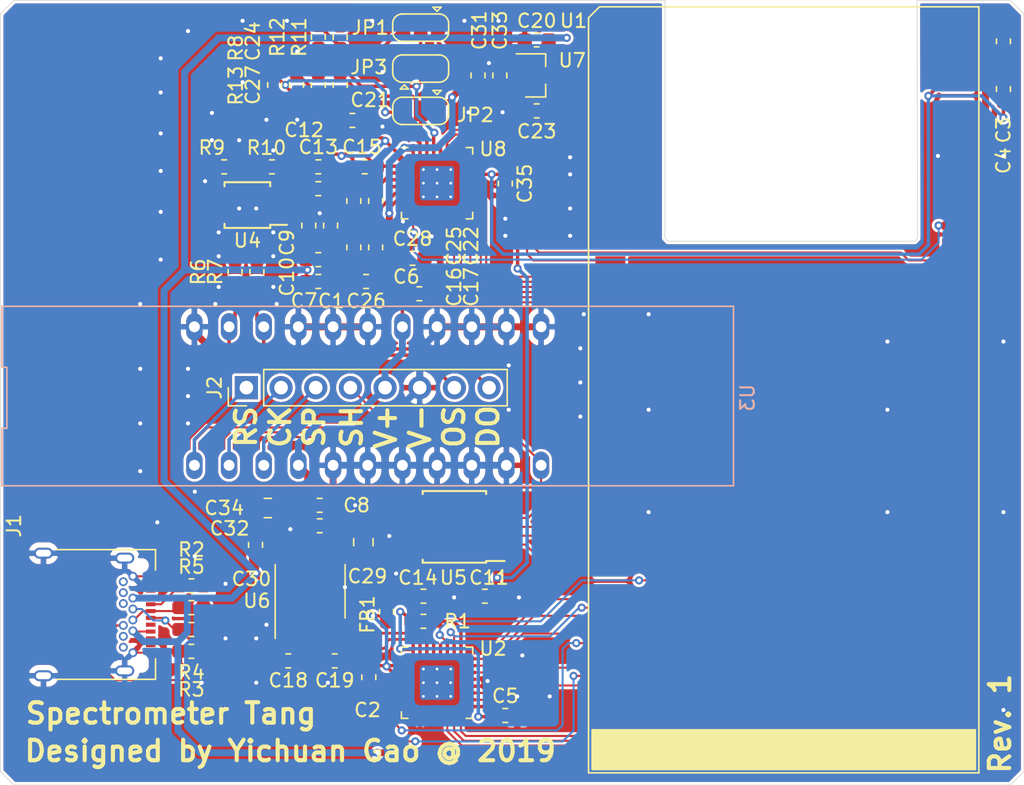
<source format=kicad_pcb>
(kicad_pcb (version 20171130) (host pcbnew "(5.1.0)-1")
  (layers (0 F.Cu signal) (31 B.Cu signal) (34 B.Paste user) (35 F.Paste user) (36 B.SilkS user) (37 F.SilkS user) (38 B.Mask user) (39 F.Mask user) (44 Edge.Cuts user))
  (net 0 "")
  (net 1 Earth)
  (net 2 /FT_VCC)
  (net 3 +3V3)
  (net 4 /FT_VIO)
  (net 5 +12V)
  (net 6 +5V)
  (net 7 "Net-(C10-Pad2)")
  (net 8 /ADC_IN-)
  (net 9 /ADC_IN+)
  (net 10 "Net-(C16-Pad1)")
  (net 11 "Net-(C17-Pad1)")
  (net 12 "Net-(C18-Pad2)")
  (net 13 "Net-(C18-Pad1)")
  (net 14 "Net-(C19-Pad2)")
  (net 15 "Net-(C19-Pad1)")
  (net 16 /ADC_SENSE)
  (net 17 /ADC_VCM)
  (net 18 VDD)
  (net 19 /ADC_MODE)
  (net 20 "Net-(J1-PadB8)")
  (net 21 "Net-(J1-PadB5)")
  (net 22 "Net-(J1-PadA8)")
  (net 23 "Net-(J1-PadA5)")
  (net 24 /OS)
  (net 25 /DOS)
  (net 26 /CCD_SH)
  (net 27 /CCD_SP)
  (net 28 /CCD_CLK)
  (net 29 /CCD_RS)
  (net 30 "Net-(JP1-Pad3)")
  (net 31 "Net-(JP3-Pad1)")
  (net 32 /FT_PEN)
  (net 33 "Net-(R6-Pad1)")
  (net 34 "Net-(R7-Pad1)")
  (net 35 "Net-(R9-Pad2)")
  (net 36 "Net-(R10-Pad2)")
  (net 37 /FT_D2)
  (net 38 /FT_D4)
  (net 39 /FT_D0)
  (net 40 "Net-(U2-Pad28)")
  (net 41 "Net-(U2-Pad27)")
  (net 42 /FT_RXF)
  (net 43 /FT_TXE)
  (net 44 /FT_WR)
  (net 45 /FT_RD)
  (net 46 /FT_D3)
  (net 47 /FT_D6)
  (net 48 /FT_D5)
  (net 49 /FT_D7)
  (net 50 /FT_D1)
  (net 51 "Net-(U4-Pad9)")
  (net 52 "Net-(U4-Pad7)")
  (net 53 "Net-(U4-Pad2)")
  (net 54 "Net-(U5-Pad9)")
  (net 55 "Net-(U5-Pad8)")
  (net 56 "Net-(U5-Pad6)")
  (net 57 /RS)
  (net 58 /CLK)
  (net 59 /SP)
  (net 60 /SH)
  (net 61 /ADC_OF)
  (net 62 /ADC_D11)
  (net 63 /ADC_D10)
  (net 64 /ADC_D9)
  (net 65 /ADC_D8)
  (net 66 /ADC_D7)
  (net 67 /ADC_D6)
  (net 68 /ADC_D5)
  (net 69 /ADC_D4)
  (net 70 /ADC_D3)
  (net 71 /ADC_D2)
  (net 72 /ADC_D1)
  (net 73 /ADC_D0)
  (net 74 "Net-(U8-Pad13)")
  (net 75 "Net-(U8-Pad12)")
  (net 76 /ADC_CLK)
  (net 77 "Net-(U1-Pad52)")
  (net 78 "Net-(U1-Pad56)")
  (net 79 "Net-(U1-Pad58)")
  (net 80 "Net-(U1-Pad60)")
  (net 81 "Net-(U1-Pad70)")
  (net 82 "Net-(U1-Pad74)")
  (net 83 "Net-(U1-Pad1)")
  (net 84 /USB_N)
  (net 85 /USB_P)
  (net 86 /FT_USB_N)
  (net 87 /FT_USB_P)
  (module Spectrometer_Tang:TCD1500C (layer B.Cu) (at 121.92 56.62)
    (fp_text reference U3 (at 27.83 0 -90) (layer B.SilkS) (effects (justify mirror)))
    (fp_text value TCD1500C)
    (pad 11 thru_hole oval (at 12.7 -5.2) (size 1.2 2) (drill 0.8) (layers *.Cu *.Mask) (net 1 Earth))
    (pad 12 thru_hole oval (at 12.7 4.95) (size 1.2 2) (drill 0.8) (layers *.Cu *.Mask) (net 26 /CCD_SH))
    (pad 10 thru_hole oval (at 10.16 -5.2) (size 1.2 2) (drill 0.8) (layers *.Cu *.Mask) (net 1 Earth))
    (pad 13 thru_hole oval (at 10.16 4.95) (size 1.2 2) (drill 0.8) (layers *.Cu *.Mask) (net 1 Earth))
    (pad 9 thru_hole oval (at 7.62 -5.2) (size 1.2 2) (drill 0.8) (layers *.Cu *.Mask) (net 1 Earth))
    (pad 14 thru_hole oval (at 7.62 4.95) (size 1.2 2) (drill 0.8) (layers *.Cu *.Mask) (net 1 Earth))
    (pad 8 thru_hole oval (at 5.08 -5.2) (size 1.2 2) (drill 0.8) (layers *.Cu *.Mask) (net 1 Earth))
    (pad 15 thru_hole oval (at 5.08 4.95) (size 1.2 2) (drill 0.8) (layers *.Cu *.Mask) (net 1 Earth))
    (pad 7 thru_hole oval (at 2.54 -5.2) (size 1.2 2) (drill 0.8) (layers *.Cu *.Mask) (net 5 +12V))
    (pad 16 thru_hole oval (at 2.54 4.95) (size 1.2 2) (drill 0.8) (layers *.Cu *.Mask) (net 1 Earth))
    (pad 6 thru_hole oval (at 0 -5.2) (size 1.2 2) (drill 0.8) (layers *.Cu *.Mask) (net 1 Earth))
    (pad 17 thru_hole oval (at 0 4.95) (size 1.2 2) (drill 0.8) (layers *.Cu *.Mask) (net 1 Earth))
    (pad 5 thru_hole oval (at -2.54 -5.2) (size 1.2 2) (drill 0.8) (layers *.Cu *.Mask) (net 1 Earth))
    (pad 18 thru_hole oval (at -2.54 4.95) (size 1.2 2) (drill 0.8) (layers *.Cu *.Mask) (net 1 Earth))
    (pad 4 thru_hole oval (at -5.08 -5.2) (size 1.2 2) (drill 0.8) (layers *.Cu *.Mask) (net 1 Earth))
    (pad 19 thru_hole oval (at -5.08 4.95) (size 1.2 2) (drill 0.8) (layers *.Cu *.Mask) (net 5 +12V))
    (pad 3 thru_hole oval (at -7.62 -5.2) (size 1.2 2) (drill 0.8) (layers *.Cu *.Mask) (net 25 /DOS))
    (pad 20 thru_hole oval (at -7.62 4.95) (size 1.2 2) (drill 0.8) (layers *.Cu *.Mask) (net 27 /CCD_SP))
    (pad 2 thru_hole oval (at -10.16 -5.2) (size 1.2 2) (drill 0.8) (layers *.Cu *.Mask) (net 24 /OS))
    (pad 21 thru_hole oval (at -10.16 4.95) (size 1.2 2) (drill 0.8) (layers *.Cu *.Mask) (net 28 /CCD_CLK))
    (pad 1 thru_hole oval (at -12.7 -5.2) (size 1.2 2) (drill 0.8) (layers *.Cu *.Mask) (net 1 Earth))
    (pad 22 thru_hole oval (at -12.7 4.95) (size 1.2 2) (drill 0.8) (layers *.Cu *.Mask) (net 29 /CCD_RS))
  )
  (module Capacitor_SMD:C_0603_1608Metric_Pad1.05x0.95mm_HandSolder (layer F.Cu) (at 118.3 41.3)
    (fp_text reference C13 (at 0 -3.05) (layer F.SilkS))
    (fp_text value 270pF)
    (pad 2 smd roundrect (at 0.875 0) (size 1.05 0.95) (layers F.Cu F.Paste F.Mask) (net 1 Earth))
    (pad 1 smd roundrect (at -0.875 0) (size 1.05 0.95) (layers F.Cu F.Paste F.Mask) (net 8 /ADC_IN-))
  )
  (module Resistor_SMD:R_0603_1608Metric_Pad1.05x0.95mm_HandSolder (layer F.Cu) (at 114.9 39.7 180)
    (fp_text reference R10 (at 0.4 1.4 180) (layer F.SilkS))
    (fp_text value 20R)
    (pad 2 smd roundrect (at 0.875 0 180) (size 1.05 0.95) (layers F.Cu F.Paste F.Mask) (net 36 "Net-(R10-Pad2)"))
    (pad 1 smd roundrect (at -0.875 0 180) (size 1.05 0.95) (layers F.Cu F.Paste F.Mask) (net 8 /ADC_IN-))
  )
  (module Package_DFN_QFN:QFN-32-1EP_5x5mm_P0.5mm_EP3.45x3.45mm_ThermalVias (layer F.Cu) (at 127 40.9)
    (fp_text reference U8 (at 4.1 -2.5) (layer F.SilkS))
    (fp_text value LTC2227)
    (pad 32 smd roundrect (at -1.75 -2.4375) (size 0.25 0.875) (layers F.Cu F.Paste F.Mask) (net 18 VDD))
    (pad 31 smd roundrect (at -1.25 -2.4375) (size 0.25 0.875) (layers F.Cu F.Paste F.Mask) (net 17 /ADC_VCM))
    (pad 30 smd roundrect (at -0.75 -2.4375) (size 0.25 0.875) (layers F.Cu F.Paste F.Mask) (net 16 /ADC_SENSE))
    (pad 29 smd roundrect (at -0.25 -2.4375) (size 0.25 0.875) (layers F.Cu F.Paste F.Mask) (net 19 /ADC_MODE))
    (pad 28 smd roundrect (at 0.25 -2.4375) (size 0.25 0.875) (layers F.Cu F.Paste F.Mask) (net 61 /ADC_OF))
    (pad 27 smd roundrect (at 0.75 -2.4375) (size 0.25 0.875) (layers F.Cu F.Paste F.Mask) (net 62 /ADC_D11))
    (pad 26 smd roundrect (at 1.25 -2.4375) (size 0.25 0.875) (layers F.Cu F.Paste F.Mask) (net 63 /ADC_D10))
    (pad 25 smd roundrect (at 1.75 -2.4375) (size 0.25 0.875) (layers F.Cu F.Paste F.Mask) (net 64 /ADC_D9))
    (pad 24 smd roundrect (at 2.4375 -1.75) (size 0.875 0.25) (layers F.Cu F.Paste F.Mask) (net 65 /ADC_D8))
    (pad 23 smd roundrect (at 2.4375 -1.25) (size 0.875 0.25) (layers F.Cu F.Paste F.Mask) (net 66 /ADC_D7))
    (pad 22 smd roundrect (at 2.4375 -0.75) (size 0.875 0.25) (layers F.Cu F.Paste F.Mask) (net 67 /ADC_D6))
    (pad 21 smd roundrect (at 2.4375 -0.25) (size 0.875 0.25) (layers F.Cu F.Paste F.Mask) (net 3 +3V3))
    (pad 20 smd roundrect (at 2.4375 0.25) (size 0.875 0.25) (layers F.Cu F.Paste F.Mask) (net 1 Earth))
    (pad 19 smd roundrect (at 2.4375 0.75) (size 0.875 0.25) (layers F.Cu F.Paste F.Mask) (net 68 /ADC_D5))
    (pad 18 smd roundrect (at 2.4375 1.25) (size 0.875 0.25) (layers F.Cu F.Paste F.Mask) (net 69 /ADC_D4))
    (pad 17 smd roundrect (at 2.4375 1.75) (size 0.875 0.25) (layers F.Cu F.Paste F.Mask) (net 70 /ADC_D3))
    (pad 16 smd roundrect (at 1.75 2.4375) (size 0.25 0.875) (layers F.Cu F.Paste F.Mask) (net 71 /ADC_D2))
    (pad 15 smd roundrect (at 1.25 2.4375) (size 0.25 0.875) (layers F.Cu F.Paste F.Mask) (net 72 /ADC_D1))
    (pad 14 smd roundrect (at 0.75 2.4375) (size 0.25 0.875) (layers F.Cu F.Paste F.Mask) (net 73 /ADC_D0))
    (pad 13 smd roundrect (at 0.25 2.4375) (size 0.25 0.875) (layers F.Cu F.Paste F.Mask) (net 74 "Net-(U8-Pad13)"))
    (pad 12 smd roundrect (at -0.25 2.4375) (size 0.25 0.875) (layers F.Cu F.Paste F.Mask) (net 75 "Net-(U8-Pad12)"))
    (pad 11 smd roundrect (at -0.75 2.4375) (size 0.25 0.875) (layers F.Cu F.Paste F.Mask) (net 1 Earth))
    (pad 10 smd roundrect (at -1.25 2.4375) (size 0.25 0.875) (layers F.Cu F.Paste F.Mask) (net 1 Earth))
    (pad 9 smd roundrect (at -1.75 2.4375) (size 0.25 0.875) (layers F.Cu F.Paste F.Mask) (net 76 /ADC_CLK))
    (pad 8 smd roundrect (at -2.4375 1.75) (size 0.875 0.25) (layers F.Cu F.Paste F.Mask) (net 1 Earth))
    (pad 7 smd roundrect (at -2.4375 1.25) (size 0.875 0.25) (layers F.Cu F.Paste F.Mask) (net 18 VDD))
    (pad 6 smd roundrect (at -2.4375 0.75) (size 0.875 0.25) (layers F.Cu F.Paste F.Mask) (net 11 "Net-(C17-Pad1)"))
    (pad 5 smd roundrect (at -2.4375 0.25) (size 0.875 0.25) (layers F.Cu F.Paste F.Mask) (net 11 "Net-(C17-Pad1)"))
    (pad 4 smd roundrect (at -2.4375 -0.25) (size 0.875 0.25) (layers F.Cu F.Paste F.Mask) (net 10 "Net-(C16-Pad1)"))
    (pad 3 smd roundrect (at -2.4375 -0.75) (size 0.875 0.25) (layers F.Cu F.Paste F.Mask) (net 10 "Net-(C16-Pad1)"))
    (pad 2 smd roundrect (at -2.4375 -1.25) (size 0.875 0.25) (layers F.Cu F.Paste F.Mask) (net 8 /ADC_IN-))
    (pad 1 smd roundrect (at -2.4375 -1.75) (size 0.875 0.25) (layers F.Cu F.Paste F.Mask) (net 9 /ADC_IN+))
    (pad 33 smd roundrect (at 0 0) (size 2.5 2.5) (layers B.Cu) (roundrect_rratio 0.1) (net 1 Earth))
    (pad 33 thru_hole circle (at 1 1) (size 0.5 0.5) (drill 0.2) (layers *.Cu) (net 1 Earth))
    (pad 33 thru_hole circle (at 0 1) (size 0.5 0.5) (drill 0.2) (layers *.Cu) (net 1 Earth))
    (pad 33 thru_hole circle (at -1 1) (size 0.5 0.5) (drill 0.2) (layers *.Cu) (net 1 Earth))
    (pad 33 thru_hole circle (at 1 0) (size 0.5 0.5) (drill 0.2) (layers *.Cu) (net 1 Earth))
    (pad 33 thru_hole circle (at 0 0) (size 0.5 0.5) (drill 0.2) (layers *.Cu) (net 1 Earth))
    (pad 33 thru_hole circle (at -1 0) (size 0.5 0.5) (drill 0.2) (layers *.Cu) (net 1 Earth))
    (pad 33 thru_hole circle (at 1 -1) (size 0.5 0.5) (drill 0.2) (layers *.Cu) (net 1 Earth))
    (pad 33 thru_hole circle (at 0 -1) (size 0.5 0.5) (drill 0.2) (layers *.Cu) (net 1 Earth))
    (pad 33 thru_hole circle (at -1 -1) (size 0.5 0.5) (drill 0.2) (layers *.Cu) (net 1 Earth))
    (pad 33 smd roundrect (at 0 0) (size 3.45 3.45) (layers F.Cu F.Mask) (roundrect_rratio 0.072464) (net 1 Earth))
  )
  (module Spectrometer_Tang:Lichee-Tang-Module (layer F.Cu) (at 139.7 27.94 270)
    (fp_text reference U1 (at 1.06 2.7) (layer F.SilkS))
    (fp_text value Lichee_Tang)
    (pad 40 smd rect (at 50.365 0 270) (size 0.6 2.2) (layers F.Cu F.Paste F.Mask))
    (pad 41 smd rect (at 50.365 -25.4 270) (size 0.6 2.2) (layers F.Cu F.Paste F.Mask) (net 39 /FT_D0))
    (pad 39 smd rect (at 49.095 0 270) (size 0.6 2.2) (layers F.Cu F.Paste F.Mask) (net 43 /FT_TXE))
    (pad 42 smd rect (at 49.095 -25.4 270) (size 0.6 2.2) (layers F.Cu F.Paste F.Mask) (net 38 /FT_D4))
    (pad 38 smd rect (at 47.825 0 270) (size 0.6 2.2) (layers F.Cu F.Paste F.Mask))
    (pad 43 smd rect (at 47.825 -25.4 270) (size 0.6 2.2) (layers F.Cu F.Paste F.Mask) (net 37 /FT_D2))
    (pad 37 smd rect (at 46.555 0 270) (size 0.6 2.2) (layers F.Cu F.Paste F.Mask) (net 42 /FT_RXF))
    (pad 44 smd rect (at 46.555 -25.4 270) (size 0.6 2.2) (layers F.Cu F.Paste F.Mask) (net 50 /FT_D1))
    (pad 36 smd rect (at 45.285 0 270) (size 0.6 2.2) (layers F.Cu F.Paste F.Mask))
    (pad 45 smd rect (at 45.285 -25.4 270) (size 0.6 2.2) (layers F.Cu F.Paste F.Mask) (net 49 /FT_D7))
    (pad 35 smd rect (at 44.015 0 270) (size 0.6 2.2) (layers F.Cu F.Paste F.Mask) (net 45 /FT_RD))
    (pad 46 smd rect (at 44.015 -25.4 270) (size 0.6 2.2) (layers F.Cu F.Paste F.Mask) (net 48 /FT_D5))
    (pad 34 smd rect (at 42.745 0 270) (size 0.6 2.2) (layers F.Cu F.Paste F.Mask))
    (pad 47 smd rect (at 42.745 -25.4 270) (size 0.6 2.2) (layers F.Cu F.Paste F.Mask) (net 47 /FT_D6))
    (pad 33 smd rect (at 41.475 0 270) (size 0.6 2.2) (layers F.Cu F.Paste F.Mask) (net 60 /SH))
    (pad 48 smd rect (at 41.475 -25.4 270) (size 0.6 2.2) (layers F.Cu F.Paste F.Mask) (net 46 /FT_D3))
    (pad 32 smd rect (at 40.205 0 270) (size 0.6 2.2) (layers F.Cu F.Paste F.Mask))
    (pad 49 smd rect (at 40.205 -25.4 270) (size 0.6 2.2) (layers F.Cu F.Paste F.Mask))
    (pad 31 smd rect (at 38.935 0 270) (size 0.6 2.2) (layers F.Cu F.Paste F.Mask) (net 57 /RS))
    (pad 50 smd rect (at 38.935 -25.4 270) (size 0.6 2.2) (layers F.Cu F.Paste F.Mask) (net 44 /FT_WR))
    (pad 30 smd rect (at 37.665 0 270) (size 0.6 2.2) (layers F.Cu F.Paste F.Mask))
    (pad 51 smd rect (at 37.665 -25.4 270) (size 0.6 2.2) (layers F.Cu F.Paste F.Mask))
    (pad 29 smd rect (at 36.395 0 270) (size 0.6 2.2) (layers F.Cu F.Paste F.Mask) (net 58 /CLK))
    (pad 52 smd rect (at 36.395 -25.4 270) (size 0.6 2.2) (layers F.Cu F.Paste F.Mask) (net 77 "Net-(U1-Pad52)"))
    (pad 28 smd rect (at 35.125 0 270) (size 0.6 2.2) (layers F.Cu F.Paste F.Mask))
    (pad 53 smd rect (at 35.125 -25.4 270) (size 0.6 2.2) (layers F.Cu F.Paste F.Mask))
    (pad 27 smd rect (at 33.855 0 270) (size 0.6 2.2) (layers F.Cu F.Paste F.Mask) (net 1 Earth))
    (pad 54 smd rect (at 33.855 -25.4 270) (size 0.6 2.2) (layers F.Cu F.Paste F.Mask) (net 1 Earth))
    (pad 26 smd rect (at 32.585 0 270) (size 0.6 2.2) (layers F.Cu F.Paste F.Mask))
    (pad 55 smd rect (at 32.585 -25.4 270) (size 0.6 2.2) (layers F.Cu F.Paste F.Mask))
    (pad 25 smd rect (at 31.315 0 270) (size 0.6 2.2) (layers F.Cu F.Paste F.Mask) (net 59 /SP))
    (pad 56 smd rect (at 31.315 -25.4 270) (size 0.6 2.2) (layers F.Cu F.Paste F.Mask) (net 78 "Net-(U1-Pad56)"))
    (pad 24 smd rect (at 30.045 0 270) (size 0.6 2.2) (layers F.Cu F.Paste F.Mask))
    (pad 57 smd rect (at 30.045 -25.4 270) (size 0.6 2.2) (layers F.Cu F.Paste F.Mask))
    (pad 23 smd rect (at 28.775 0 270) (size 0.6 2.2) (layers F.Cu F.Paste F.Mask) (net 73 /ADC_D0))
    (pad 58 smd rect (at 28.775 -25.4 270) (size 0.6 2.2) (layers F.Cu F.Paste F.Mask) (net 79 "Net-(U1-Pad58)"))
    (pad 22 smd rect (at 27.505 0 270) (size 0.6 2.2) (layers F.Cu F.Paste F.Mask))
    (pad 59 smd rect (at 27.505 -25.4 270) (size 0.6 2.2) (layers F.Cu F.Paste F.Mask))
    (pad 21 smd rect (at 26.235 0 270) (size 0.6 2.2) (layers F.Cu F.Paste F.Mask) (net 72 /ADC_D1))
    (pad 60 smd rect (at 26.235 -25.4 270) (size 0.6 2.2) (layers F.Cu F.Paste F.Mask) (net 80 "Net-(U1-Pad60)"))
    (pad 20 smd rect (at 24.965 0 270) (size 0.6 2.2) (layers F.Cu F.Paste F.Mask))
    (pad 61 smd rect (at 24.965 -25.4 270) (size 0.6 2.2) (layers F.Cu F.Paste F.Mask))
    (pad 19 smd rect (at 23.695 0 270) (size 0.6 2.2) (layers F.Cu F.Paste F.Mask) (net 71 /ADC_D2))
    (pad 62 smd rect (at 23.695 -25.4 270) (size 0.6 2.2) (layers F.Cu F.Paste F.Mask) (net 69 /ADC_D4))
    (pad 18 smd rect (at 22.425 0 270) (size 0.6 2.2) (layers F.Cu F.Paste F.Mask))
    (pad 63 smd rect (at 22.425 -25.4 270) (size 0.6 2.2) (layers F.Cu F.Paste F.Mask))
    (pad 17 smd rect (at 21.155 0 270) (size 0.6 2.2) (layers F.Cu F.Paste F.Mask) (net 70 /ADC_D3))
    (pad 64 smd rect (at 21.155 -25.4 270) (size 0.6 2.2) (layers F.Cu F.Paste F.Mask) (net 68 /ADC_D5))
    (pad 16 smd rect (at 19.885 0 270) (size 0.6 2.2) (layers F.Cu F.Paste F.Mask))
    (pad 65 smd rect (at 19.885 -25.4 270) (size 0.6 2.2) (layers F.Cu F.Paste F.Mask))
    (pad 15 smd rect (at 18.615 0 270) (size 0.6 2.2) (layers F.Cu F.Paste F.Mask) (net 67 /ADC_D6))
    (pad 66 smd rect (at 18.615 -25.4 270) (size 0.6 2.2) (layers F.Cu F.Paste F.Mask) (net 66 /ADC_D7))
    (pad 14 smd rect (at 17.345 0 270) (size 0.6 2.2) (layers F.Cu F.Paste F.Mask))
    (pad 67 smd rect (at 17.345 -25.4 270) (size 0.6 2.2) (layers F.Cu F.Paste F.Mask))
    (pad 13 smd rect (at 16.075 0 270) (size 0.6 2.2) (layers F.Cu F.Paste F.Mask) (net 65 /ADC_D8))
    (pad 68 smd rect (at 16.075 -25.4 270) (size 0.6 2.2) (layers F.Cu F.Paste F.Mask) (net 76 /ADC_CLK))
    (pad 12 smd rect (at 14.805 0 270) (size 0.6 2.2) (layers F.Cu F.Paste F.Mask))
    (pad 69 smd rect (at 14.805 -25.4 270) (size 0.6 2.2) (layers F.Cu F.Paste F.Mask))
    (pad 11 smd rect (at 13.535 0 270) (size 0.6 2.2) (layers F.Cu F.Paste F.Mask) (net 64 /ADC_D9))
    (pad 70 smd rect (at 13.535 -25.4 270) (size 0.6 2.2) (layers F.Cu F.Paste F.Mask) (net 81 "Net-(U1-Pad70)"))
    (pad 10 smd rect (at 12.265 0 270) (size 0.6 2.2) (layers F.Cu F.Paste F.Mask))
    (pad 71 smd rect (at 12.265 -25.4 270) (size 0.6 2.2) (layers F.Cu F.Paste F.Mask))
    (pad 9 smd rect (at 10.995 0 270) (size 0.6 2.2) (layers F.Cu F.Paste F.Mask) (net 1 Earth))
    (pad 72 smd rect (at 10.995 -25.4 270) (size 0.6 2.2) (layers F.Cu F.Paste F.Mask) (net 1 Earth))
    (pad 8 smd rect (at 9.725 0 270) (size 0.6 2.2) (layers F.Cu F.Paste F.Mask))
    (pad 73 smd rect (at 9.725 -25.4 270) (size 0.6 2.2) (layers F.Cu F.Paste F.Mask))
    (pad 7 smd rect (at 8.455 0 270) (size 0.6 2.2) (layers F.Cu F.Paste F.Mask) (net 63 /ADC_D10))
    (pad 74 smd rect (at 8.455 -25.4 270) (size 0.6 2.2) (layers F.Cu F.Paste F.Mask) (net 82 "Net-(U1-Pad74)"))
    (pad 6 smd rect (at 7.185 0 270) (size 0.6 2.2) (layers F.Cu F.Paste F.Mask))
    (pad 75 smd rect (at 7.185 -25.4 270) (size 0.6 2.2) (layers F.Cu F.Paste F.Mask))
    (pad 5 smd rect (at 5.915 0 270) (size 0.6 2.2) (layers F.Cu F.Paste F.Mask) (net 62 /ADC_D11))
    (pad 76 smd rect (at 5.915 -25.4 270) (size 0.6 2.2) (layers F.Cu F.Paste F.Mask) (net 3 +3V3))
    (pad 4 smd rect (at 4.645 0 270) (size 0.6 2.2) (layers F.Cu F.Paste F.Mask))
    (pad 77 smd rect (at 4.645 -25.4 270) (size 0.6 2.2) (layers F.Cu F.Paste F.Mask))
    (pad 3 smd rect (at 3.375 0 270) (size 0.6 2.2) (layers F.Cu F.Paste F.Mask) (net 61 /ADC_OF))
    (pad 78 smd rect (at 3.375 -25.4 270) (size 0.6 2.2) (layers F.Cu F.Paste F.Mask) (net 6 +5V))
    (pad 2 smd rect (at 2.105 0 270) (size 0.6 2.2) (layers F.Cu F.Paste F.Mask))
    (pad 79 smd rect (at 2.105 -25.4 270) (size 0.6 2.2) (layers F.Cu F.Paste F.Mask))
    (pad 1 smd rect (at 0.835 0 270) (size 0.6 2.2) (layers F.Cu F.Paste F.Mask) (net 83 "Net-(U1-Pad1)"))
    (pad 80 smd rect (at 0.835 -25.4 270) (size 0.6 2.2) (layers F.Cu F.Paste F.Mask) (net 1 Earth))
  )
  (module Package_TO_SOT_SMD:SOT-23 (layer F.Cu) (at 134.2 33)
    (fp_text reference U7 (at 2.7 -1.1) (layer F.SilkS))
    (fp_text value XC6206P302MR)
    (pad 3 smd rect (at 1 0) (size 0.9 0.8) (layers F.Cu F.Paste F.Mask) (net 6 +5V))
    (pad 2 smd rect (at -1 0.95) (size 0.9 0.8) (layers F.Cu F.Paste F.Mask) (net 18 VDD))
    (pad 1 smd rect (at -1 -0.95) (size 0.9 0.8) (layers F.Cu F.Paste F.Mask) (net 1 Earth))
  )
  (module Package_SO:SO-8_3.9x4.9mm_P1.27mm (layer F.Cu) (at 117.7 70.8 90)
    (fp_text reference U6 (at -0.7 -3.9 180) (layer F.SilkS))
    (fp_text value ST662AB)
    (pad 8 smd roundrect (at 2.575 -1.905 90) (size 1.75 0.6) (layers F.Cu F.Paste F.Mask) (net 1 Earth))
    (pad 7 smd roundrect (at 2.575 -0.635 90) (size 1.75 0.6) (layers F.Cu F.Paste F.Mask) (net 1 Earth))
    (pad 6 smd roundrect (at 2.575 0.635 90) (size 1.75 0.6) (layers F.Cu F.Paste F.Mask) (net 5 +12V))
    (pad 5 smd roundrect (at 2.575 1.905 90) (size 1.75 0.6) (layers F.Cu F.Paste F.Mask) (net 6 +5V))
    (pad 4 smd roundrect (at -2.575 1.905 90) (size 1.75 0.6) (layers F.Cu F.Paste F.Mask) (net 15 "Net-(C19-Pad1)"))
    (pad 3 smd roundrect (at -2.575 0.635 90) (size 1.75 0.6) (layers F.Cu F.Paste F.Mask) (net 14 "Net-(C19-Pad2)"))
    (pad 2 smd roundrect (at -2.575 -0.635 90) (size 1.75 0.6) (layers F.Cu F.Paste F.Mask) (net 13 "Net-(C18-Pad1)"))
    (pad 1 smd roundrect (at -2.575 -1.905 90) (size 1.75 0.6) (layers F.Cu F.Paste F.Mask) (net 12 "Net-(C18-Pad2)"))
  )
  (module Package_SO:TSSOP-14_4.4x5mm_P0.65mm (layer F.Cu) (at 128.27 66.08 180)
    (fp_text reference U5 (at 0.07 -3.72 180) (layer F.SilkS))
    (fp_text value TXB0104PW)
    (pad 14 smd rect (at 2.95 -1.95 180) (size 1.45 0.45) (layers F.Cu F.Paste F.Mask) (net 6 +5V))
    (pad 13 smd rect (at 2.95 -1.3 180) (size 1.45 0.45) (layers F.Cu F.Paste F.Mask) (net 26 /CCD_SH))
    (pad 12 smd rect (at 2.95 -0.65 180) (size 1.45 0.45) (layers F.Cu F.Paste F.Mask) (net 29 /CCD_RS))
    (pad 11 smd rect (at 2.95 0 180) (size 1.45 0.45) (layers F.Cu F.Paste F.Mask) (net 28 /CCD_CLK))
    (pad 10 smd rect (at 2.95 0.65 180) (size 1.45 0.45) (layers F.Cu F.Paste F.Mask) (net 27 /CCD_SP))
    (pad 9 smd rect (at 2.95 1.3 180) (size 1.45 0.45) (layers F.Cu F.Paste F.Mask) (net 54 "Net-(U5-Pad9)"))
    (pad 8 smd rect (at 2.95 1.95 180) (size 1.45 0.45) (layers F.Cu F.Paste F.Mask) (net 55 "Net-(U5-Pad8)"))
    (pad 7 smd rect (at -2.95 1.95 180) (size 1.45 0.45) (layers F.Cu F.Paste F.Mask) (net 1 Earth))
    (pad 6 smd rect (at -2.95 1.3 180) (size 1.45 0.45) (layers F.Cu F.Paste F.Mask) (net 56 "Net-(U5-Pad6)"))
    (pad 5 smd rect (at -2.95 0.65 180) (size 1.45 0.45) (layers F.Cu F.Paste F.Mask) (net 59 /SP))
    (pad 4 smd rect (at -2.95 0 180) (size 1.45 0.45) (layers F.Cu F.Paste F.Mask) (net 58 /CLK))
    (pad 3 smd rect (at -2.95 -0.65 180) (size 1.45 0.45) (layers F.Cu F.Paste F.Mask) (net 57 /RS))
    (pad 2 smd rect (at -2.95 -1.3 180) (size 1.45 0.45) (layers F.Cu F.Paste F.Mask) (net 60 /SH))
    (pad 1 smd rect (at -2.95 -1.95 180) (size 1.45 0.45) (layers F.Cu F.Paste F.Mask) (net 3 +3V3))
  )
  (module Package_SO:MSOP-10_3x3mm_P0.5mm (layer F.Cu) (at 113.1 42.5 180)
    (fp_text reference U4 (at 0 -2.6 180) (layer F.SilkS))
    (fp_text value AD8475xRMZ)
    (pad 10 smd rect (at 2.2 -1 180) (size 1.4 0.3) (layers F.Cu F.Paste F.Mask) (net 33 "Net-(R6-Pad1)"))
    (pad 9 smd rect (at 2.2 -0.5 180) (size 1.4 0.3) (layers F.Cu F.Paste F.Mask) (net 51 "Net-(U4-Pad9)"))
    (pad 8 smd rect (at 2.2 0 180) (size 1.4 0.3) (layers F.Cu F.Paste F.Mask) (net 1 Earth))
    (pad 7 smd rect (at 2.2 0.5 180) (size 1.4 0.3) (layers F.Cu F.Paste F.Mask) (net 52 "Net-(U4-Pad7)"))
    (pad 6 smd rect (at 2.2 1 180) (size 1.4 0.3) (layers F.Cu F.Paste F.Mask) (net 35 "Net-(R9-Pad2)"))
    (pad 5 smd rect (at -2.2 1 180) (size 1.4 0.3) (layers F.Cu F.Paste F.Mask) (net 36 "Net-(R10-Pad2)"))
    (pad 4 smd rect (at -2.2 0.5 180) (size 1.4 0.3) (layers F.Cu F.Paste F.Mask) (net 7 "Net-(C10-Pad2)"))
    (pad 3 smd rect (at -2.2 0 180) (size 1.4 0.3) (layers F.Cu F.Paste F.Mask) (net 6 +5V))
    (pad 2 smd rect (at -2.2 -0.5 180) (size 1.4 0.3) (layers F.Cu F.Paste F.Mask) (net 53 "Net-(U4-Pad2)"))
    (pad 1 smd rect (at -2.2 -1 180) (size 1.4 0.3) (layers F.Cu F.Paste F.Mask) (net 34 "Net-(R7-Pad1)"))
  )
  (module Package_DFN_QFN:QFN-32-1EP_5x5mm_P0.5mm_EP3.45x3.45mm_ThermalVias (layer F.Cu) (at 127 77.5 180)
    (fp_text reference U2 (at -4.1 2.5 180) (layer F.SilkS))
    (fp_text value FT245RQ)
    (pad 32 smd roundrect (at -1.75 -2.4375 180) (size 0.25 0.875) (layers F.Cu F.Paste F.Mask) (net 37 /FT_D2))
    (pad 31 smd roundrect (at -1.25 -2.4375 180) (size 0.25 0.875) (layers F.Cu F.Paste F.Mask) (net 38 /FT_D4))
    (pad 30 smd roundrect (at -0.75 -2.4375 180) (size 0.25 0.875) (layers F.Cu F.Paste F.Mask) (net 39 /FT_D0))
    (pad 29 smd roundrect (at -0.25 -2.4375 180) (size 0.25 0.875) (layers F.Cu F.Paste F.Mask))
    (pad 28 smd roundrect (at 0.25 -2.4375 180) (size 0.25 0.875) (layers F.Cu F.Paste F.Mask) (net 40 "Net-(U2-Pad28)"))
    (pad 27 smd roundrect (at 0.75 -2.4375 180) (size 0.25 0.875) (layers F.Cu F.Paste F.Mask) (net 41 "Net-(U2-Pad27)"))
    (pad 26 smd roundrect (at 1.25 -2.4375 180) (size 0.25 0.875) (layers F.Cu F.Paste F.Mask) (net 1 Earth))
    (pad 25 smd roundrect (at 1.75 -2.4375 180) (size 0.25 0.875) (layers F.Cu F.Paste F.Mask))
    (pad 24 smd roundrect (at 2.4375 -1.75 180) (size 0.875 0.25) (layers F.Cu F.Paste F.Mask) (net 1 Earth))
    (pad 23 smd roundrect (at 2.4375 -1.25 180) (size 0.875 0.25) (layers F.Cu F.Paste F.Mask))
    (pad 22 smd roundrect (at 2.4375 -0.75 180) (size 0.875 0.25) (layers F.Cu F.Paste F.Mask) (net 42 /FT_RXF))
    (pad 21 smd roundrect (at 2.4375 -0.25 180) (size 0.875 0.25) (layers F.Cu F.Paste F.Mask) (net 43 /FT_TXE))
    (pad 20 smd roundrect (at 2.4375 0.25 180) (size 0.875 0.25) (layers F.Cu F.Paste F.Mask) (net 1 Earth))
    (pad 19 smd roundrect (at 2.4375 0.75 180) (size 0.875 0.25) (layers F.Cu F.Paste F.Mask) (net 2 /FT_VCC))
    (pad 18 smd roundrect (at 2.4375 1.25 180) (size 0.875 0.25) (layers F.Cu F.Paste F.Mask) (net 2 /FT_VCC))
    (pad 17 smd roundrect (at 2.4375 1.75 180) (size 0.875 0.25) (layers F.Cu F.Paste F.Mask) (net 1 Earth))
    (pad 16 smd roundrect (at 1.75 2.4375 180) (size 0.25 0.875) (layers F.Cu F.Paste F.Mask) (net 4 /FT_VIO))
    (pad 15 smd roundrect (at 1.25 2.4375 180) (size 0.25 0.875) (layers F.Cu F.Paste F.Mask) (net 86 /FT_USB_N))
    (pad 14 smd roundrect (at 0.75 2.4375 180) (size 0.25 0.875) (layers F.Cu F.Paste F.Mask) (net 87 /FT_USB_P))
    (pad 13 smd roundrect (at 0.25 2.4375 180) (size 0.25 0.875) (layers F.Cu F.Paste F.Mask))
    (pad 12 smd roundrect (at -0.25 2.4375 180) (size 0.25 0.875) (layers F.Cu F.Paste F.Mask))
    (pad 11 smd roundrect (at -0.75 2.4375 180) (size 0.25 0.875) (layers F.Cu F.Paste F.Mask) (net 44 /FT_WR))
    (pad 10 smd roundrect (at -1.25 2.4375 180) (size 0.25 0.875) (layers F.Cu F.Paste F.Mask) (net 45 /FT_RD))
    (pad 9 smd roundrect (at -1.75 2.4375 180) (size 0.25 0.875) (layers F.Cu F.Paste F.Mask) (net 32 /FT_PEN))
    (pad 8 smd roundrect (at -2.4375 1.75 180) (size 0.875 0.25) (layers F.Cu F.Paste F.Mask) (net 46 /FT_D3))
    (pad 7 smd roundrect (at -2.4375 1.25 180) (size 0.875 0.25) (layers F.Cu F.Paste F.Mask) (net 47 /FT_D6))
    (pad 6 smd roundrect (at -2.4375 0.75 180) (size 0.875 0.25) (layers F.Cu F.Paste F.Mask) (net 48 /FT_D5))
    (pad 5 smd roundrect (at -2.4375 0.25 180) (size 0.875 0.25) (layers F.Cu F.Paste F.Mask))
    (pad 4 smd roundrect (at -2.4375 -0.25 180) (size 0.875 0.25) (layers F.Cu F.Paste F.Mask) (net 1 Earth))
    (pad 3 smd roundrect (at -2.4375 -0.75 180) (size 0.875 0.25) (layers F.Cu F.Paste F.Mask) (net 49 /FT_D7))
    (pad 2 smd roundrect (at -2.4375 -1.25 180) (size 0.875 0.25) (layers F.Cu F.Paste F.Mask) (net 50 /FT_D1))
    (pad 1 smd roundrect (at -2.4375 -1.75 180) (size 0.875 0.25) (layers F.Cu F.Paste F.Mask) (net 4 /FT_VIO))
    (pad 33 smd roundrect (at 0 0 180) (size 2.5 2.5) (layers B.Cu) (roundrect_rratio 0.1) (net 1 Earth))
    (pad 33 thru_hole circle (at 1 1 180) (size 0.5 0.5) (drill 0.2) (layers *.Cu) (net 1 Earth))
    (pad 33 thru_hole circle (at 0 1 180) (size 0.5 0.5) (drill 0.2) (layers *.Cu) (net 1 Earth))
    (pad 33 thru_hole circle (at -1 1 180) (size 0.5 0.5) (drill 0.2) (layers *.Cu) (net 1 Earth))
    (pad 33 thru_hole circle (at 1 0 180) (size 0.5 0.5) (drill 0.2) (layers *.Cu) (net 1 Earth))
    (pad 33 thru_hole circle (at 0 0 180) (size 0.5 0.5) (drill 0.2) (layers *.Cu) (net 1 Earth))
    (pad 33 thru_hole circle (at -1 0 180) (size 0.5 0.5) (drill 0.2) (layers *.Cu) (net 1 Earth))
    (pad 33 thru_hole circle (at 1 -1 180) (size 0.5 0.5) (drill 0.2) (layers *.Cu) (net 1 Earth))
    (pad 33 thru_hole circle (at 0 -1 180) (size 0.5 0.5) (drill 0.2) (layers *.Cu) (net 1 Earth))
    (pad 33 thru_hole circle (at -1 -1 180) (size 0.5 0.5) (drill 0.2) (layers *.Cu) (net 1 Earth))
    (pad 33 smd roundrect (at 0 0 180) (size 3.45 3.45) (layers F.Cu F.Mask) (roundrect_rratio 0.07200000000000001) (net 1 Earth))
  )
  (module Resistor_SMD:R_0603_1608Metric_Pad1.05x0.95mm_HandSolder (layer F.Cu) (at 118.3 33.7 90)
    (fp_text reference R13 (at -0.05 -6.05 90) (layer F.SilkS))
    (fp_text value 1k)
    (pad 2 smd roundrect (at 0.875 0 90) (size 1.05 0.95) (layers F.Cu F.Paste F.Mask) (net 31 "Net-(JP3-Pad1)"))
    (pad 1 smd roundrect (at -0.875 0 90) (size 1.05 0.95) (layers F.Cu F.Paste F.Mask) (net 1 Earth))
  )
  (module Resistor_SMD:R_0603_1608Metric_Pad1.05x0.95mm_HandSolder (layer F.Cu) (at 118.3 30.175 90)
    (fp_text reference R12 (at -0.025 -3 90) (layer F.SilkS))
    (fp_text value 1k)
    (pad 2 smd roundrect (at 0.875 0 90) (size 1.05 0.95) (layers F.Cu F.Paste F.Mask) (net 30 "Net-(JP1-Pad3)"))
    (pad 1 smd roundrect (at -0.875 0 90) (size 1.05 0.95) (layers F.Cu F.Paste F.Mask) (net 31 "Net-(JP3-Pad1)"))
  )
  (module Resistor_SMD:R_0603_1608Metric_Pad1.05x0.95mm_HandSolder (layer F.Cu) (at 119.9 30.2 90)
    (fp_text reference R11 (at 0 -3 90) (layer F.SilkS))
    (fp_text value 1k)
    (pad 2 smd roundrect (at 0.875 0 90) (size 1.05 0.95) (layers F.Cu F.Paste F.Mask) (net 18 VDD))
    (pad 1 smd roundrect (at -0.875 0 90) (size 1.05 0.95) (layers F.Cu F.Paste F.Mask) (net 30 "Net-(JP1-Pad3)"))
  )
  (module Resistor_SMD:R_0603_1608Metric_Pad1.05x0.95mm_HandSolder (layer F.Cu) (at 111.4 39.7 180)
    (fp_text reference R9 (at 0.9 1.4 180) (layer F.SilkS))
    (fp_text value 20R)
    (pad 2 smd roundrect (at 0.875 0 180) (size 1.05 0.95) (layers F.Cu F.Paste F.Mask) (net 35 "Net-(R9-Pad2)"))
    (pad 1 smd roundrect (at -0.875 0 180) (size 1.05 0.95) (layers F.Cu F.Paste F.Mask) (net 9 /ADC_IN+))
  )
  (module Resistor_SMD:R_0603_1608Metric_Pad1.05x0.95mm_HandSolder (layer F.Cu) (at 115.1 33.7 270)
    (fp_text reference R8 (at -2.7 2.85 270) (layer F.SilkS))
    (fp_text value 0R)
    (pad 2 smd roundrect (at 0.875 0 270) (size 1.05 0.95) (layers F.Cu F.Paste F.Mask) (net 7 "Net-(C10-Pad2)"))
    (pad 1 smd roundrect (at -0.875 0 270) (size 1.05 0.95) (layers F.Cu F.Paste F.Mask) (net 17 /ADC_VCM))
  )
  (module Resistor_SMD:R_0603_1608Metric_Pad1.05x0.95mm_HandSolder (layer F.Cu) (at 113.8 47.4 270)
    (fp_text reference R7 (at 0 3.05 270) (layer F.SilkS))
    (fp_text value 0R)
    (pad 2 smd roundrect (at 0.875 0 270) (size 1.05 0.95) (layers F.Cu F.Paste F.Mask) (net 25 /DOS))
    (pad 1 smd roundrect (at -0.875 0 270) (size 1.05 0.95) (layers F.Cu F.Paste F.Mask) (net 34 "Net-(R7-Pad1)"))
  )
  (module Resistor_SMD:R_0603_1608Metric_Pad1.05x0.95mm_HandSolder (layer F.Cu) (at 112.2 47.4 270)
    (fp_text reference R6 (at 0 2.7 270) (layer F.SilkS))
    (fp_text value 0R)
    (pad 2 smd roundrect (at 0.875 0 270) (size 1.05 0.95) (layers F.Cu F.Paste F.Mask) (net 24 /OS))
    (pad 1 smd roundrect (at -0.875 0 270) (size 1.05 0.95) (layers F.Cu F.Paste F.Mask) (net 33 "Net-(R6-Pad1)"))
  )
  (module Resistor_SMD:R_0603_1608Metric_Pad1.05x0.95mm_HandSolder (layer F.Cu) (at 109 72)
    (fp_text reference R5 (at 0 -3) (layer F.SilkS))
    (fp_text value 0R)
    (pad 2 smd roundrect (at 0.875 0) (size 1.05 0.95) (layers F.Cu F.Paste F.Mask) (net 87 /FT_USB_P))
    (pad 1 smd roundrect (at -0.875 0) (size 1.05 0.95) (layers F.Cu F.Paste F.Mask) (net 85 /USB_P))
  )
  (module Resistor_SMD:R_0603_1608Metric_Pad1.05x0.95mm_HandSolder (layer F.Cu) (at 109 73.6)
    (fp_text reference R4 (at 0 3.15) (layer F.SilkS))
    (fp_text value 0R)
    (pad 2 smd roundrect (at 0.875 0) (size 1.05 0.95) (layers F.Cu F.Paste F.Mask) (net 86 /FT_USB_N))
    (pad 1 smd roundrect (at -0.875 0) (size 1.05 0.95) (layers F.Cu F.Paste F.Mask) (net 84 /USB_N))
  )
  (module Resistor_SMD:R_0603_1608Metric_Pad1.05x0.95mm_HandSolder (layer F.Cu) (at 109 75.2)
    (fp_text reference R3 (at 0 2.8) (layer F.SilkS))
    (fp_text value 5.1k)
    (pad 2 smd roundrect (at 0.875 0) (size 1.05 0.95) (layers F.Cu F.Paste F.Mask) (net 21 "Net-(J1-PadB5)"))
    (pad 1 smd roundrect (at -0.875 0) (size 1.05 0.95) (layers F.Cu F.Paste F.Mask) (net 1 Earth))
  )
  (module Resistor_SMD:R_0603_1608Metric_Pad1.05x0.95mm_HandSolder (layer F.Cu) (at 109 70.4 180)
    (fp_text reference R2 (at 0 2.65 180) (layer F.SilkS))
    (fp_text value 5.1k)
    (pad 2 smd roundrect (at 0.875 0 180) (size 1.05 0.95) (layers F.Cu F.Paste F.Mask) (net 23 "Net-(J1-PadA5)"))
    (pad 1 smd roundrect (at -0.875 0 180) (size 1.05 0.95) (layers F.Cu F.Paste F.Mask) (net 1 Earth))
  )
  (module Resistor_SMD:R_0603_1608Metric_Pad1.05x0.95mm_HandSolder (layer F.Cu) (at 126 73 180)
    (fp_text reference R1 (at -2.5 0 180) (layer F.SilkS))
    (fp_text value 10k)
    (pad 2 smd roundrect (at 0.875 0 180) (size 1.05 0.95) (layers F.Cu F.Paste F.Mask) (net 4 /FT_VIO))
    (pad 1 smd roundrect (at -0.875 0 180) (size 1.05 0.95) (layers F.Cu F.Paste F.Mask) (net 32 /FT_PEN))
  )
  (module Jumper:SolderJumper-3_P1.3mm_Open_RoundedPad1.0x1.5mm (layer F.Cu) (at 125.8 32.5)
    (fp_text reference JP3 (at -3.8 -0.1) (layer F.SilkS))
    (fp_text value SolderJumper_3_Open)
    (pad 2 smd rect (at 0 0) (size 1 1.5) (layers F.Cu F.Mask) (net 19 /ADC_MODE))
    (pad 3 smd custom (at 1.3 0) (size 1 0.5) (layers F.Cu F.Mask) (net 1 Earth) (options (clearance outline) (anchor rect)) (primitives (gr_circle (center 0 0.25) (end 0.5 0.25) (width 0)) (gr_circle (center 0 -0.25) (end 0.5 -0.25) (width 0)) (gr_poly (pts (xy -0.55 -0.75) (xy 0 -0.75) (xy 0 0.75) (xy -0.55 0.75)) (width 0))))
    (pad 1 smd custom (at -1.3 0) (size 1 0.5) (layers F.Cu F.Mask) (net 31 "Net-(JP3-Pad1)") (options (clearance outline) (anchor rect)) (primitives (gr_circle (center 0 0.25) (end 0.5 0.25) (width 0)) (gr_circle (center 0 -0.25) (end 0.5 -0.25) (width 0)) (gr_poly (pts (xy 0.55 -0.75) (xy 0 -0.75) (xy 0 0.75) (xy 0.55 0.75)) (width 0))))
  )
  (module Jumper:SolderJumper-3_P1.3mm_Open_RoundedPad1.0x1.5mm (layer F.Cu) (at 125.8 35.6 180)
    (fp_text reference JP2 (at -4 -0.3 180) (layer F.SilkS))
    (fp_text value SolderJumper_3_Open)
    (pad 2 smd rect (at 0 0 180) (size 1 1.5) (layers F.Cu F.Mask) (net 16 /ADC_SENSE))
    (pad 3 smd custom (at 1.3 0 180) (size 1 0.5) (layers F.Cu F.Mask) (net 17 /ADC_VCM) (options (clearance outline) (anchor rect)) (primitives (gr_circle (center 0 0.25) (end 0.5 0.25) (width 0)) (gr_circle (center 0 -0.25) (end 0.5 -0.25) (width 0)) (gr_poly (pts (xy -0.55 -0.75) (xy 0 -0.75) (xy 0 0.75) (xy -0.55 0.75)) (width 0))))
    (pad 1 smd custom (at -1.3 0 180) (size 1 0.5) (layers F.Cu F.Mask) (net 18 VDD) (options (clearance outline) (anchor rect)) (primitives (gr_circle (center 0 0.25) (end 0.5 0.25) (width 0)) (gr_circle (center 0 -0.25) (end 0.5 -0.25) (width 0)) (gr_poly (pts (xy 0.55 -0.75) (xy 0 -0.75) (xy 0 0.75) (xy 0.55 0.75)) (width 0))))
  )
  (module Jumper:SolderJumper-3_P1.3mm_Open_RoundedPad1.0x1.5mm (layer F.Cu) (at 125.8 29.5 180)
    (fp_text reference JP1 (at 3.7 0 180) (layer F.SilkS))
    (fp_text value SolderJumper_3_Open)
    (pad 2 smd rect (at 0 0 180) (size 1 1.5) (layers F.Cu F.Mask) (net 19 /ADC_MODE))
    (pad 3 smd custom (at 1.3 0 180) (size 1 0.5) (layers F.Cu F.Mask) (net 30 "Net-(JP1-Pad3)") (options (clearance outline) (anchor rect)) (primitives (gr_circle (center 0 0.25) (end 0.5 0.25) (width 0)) (gr_circle (center 0 -0.25) (end 0.5 -0.25) (width 0)) (gr_poly (pts (xy -0.55 -0.75) (xy 0 -0.75) (xy 0 0.75) (xy -0.55 0.75)) (width 0))))
    (pad 1 smd custom (at -1.3 0 180) (size 1 0.5) (layers F.Cu F.Mask) (net 18 VDD) (options (clearance outline) (anchor rect)) (primitives (gr_circle (center 0 0.25) (end 0.5 0.25) (width 0)) (gr_circle (center 0 -0.25) (end 0.5 -0.25) (width 0)) (gr_poly (pts (xy 0.55 -0.75) (xy 0 -0.75) (xy 0 0.75) (xy 0.55 0.75)) (width 0))))
  )
  (module Connector_PinHeader_2.54mm:PinHeader_1x08_P2.54mm_Vertical (layer F.Cu) (at 113.03 55.88 90)
    (fp_text reference J2 (at 0 -2.33 90) (layer F.SilkS))
    (fp_text value Conn_01x08_Male)
    (pad 8 thru_hole oval (at 0 17.78 90) (size 1.7 1.7) (drill 1) (layers *.Cu *.Mask) (net 25 /DOS))
    (pad 7 thru_hole oval (at 0 15.24 90) (size 1.7 1.7) (drill 1) (layers *.Cu *.Mask) (net 24 /OS))
    (pad 6 thru_hole oval (at 0 12.7 90) (size 1.7 1.7) (drill 1) (layers *.Cu *.Mask) (net 1 Earth))
    (pad 5 thru_hole oval (at 0 10.16 90) (size 1.7 1.7) (drill 1) (layers *.Cu *.Mask) (net 5 +12V))
    (pad 4 thru_hole oval (at 0 7.62 90) (size 1.7 1.7) (drill 1) (layers *.Cu *.Mask) (net 26 /CCD_SH))
    (pad 3 thru_hole oval (at 0 5.08 90) (size 1.7 1.7) (drill 1) (layers *.Cu *.Mask) (net 27 /CCD_SP))
    (pad 2 thru_hole oval (at 0 2.54 90) (size 1.7 1.7) (drill 1) (layers *.Cu *.Mask) (net 28 /CCD_CLK))
    (pad 1 thru_hole rect (at 0 0 90) (size 1.7 1.7) (drill 1) (layers *.Cu *.Mask) (net 29 /CCD_RS))
  )
  (module Connector_USB:USB_C_Receptacle_Amphenol_12401548E4-2A (layer F.Cu) (at 101 72.5 270)
    (fp_text reference J1 (at -6.5 5 270) (layer F.SilkS))
    (fp_text value USB_C_Receptacle_USB2.0)
    (pad B11 thru_hole circle (at -2.4 -3.01 270) (size 0.65 0.65) (drill 0.4) (layers *.Cu *.Mask))
    (pad B10 thru_hole circle (at -1.6 -3.01 270) (size 0.65 0.65) (drill 0.4) (layers *.Cu *.Mask))
    (pad B8 thru_hole circle (at -0.8 -3.01 270) (size 0.65 0.65) (drill 0.4) (layers *.Cu *.Mask) (net 20 "Net-(J1-PadB8)"))
    (pad B5 thru_hole circle (at 0.8 -3.01 270) (size 0.65 0.65) (drill 0.4) (layers *.Cu *.Mask) (net 21 "Net-(J1-PadB5)"))
    (pad B3 thru_hole circle (at 1.6 -3.01 270) (size 0.65 0.65) (drill 0.4) (layers *.Cu *.Mask))
    (pad B2 thru_hole circle (at 2.4 -3.01 270) (size 0.65 0.65) (drill 0.4) (layers *.Cu *.Mask))
    (pad B12 thru_hole circle (at -2.8 -3.71 270) (size 0.65 0.65) (drill 0.4) (layers *.Cu *.Mask) (net 1 Earth))
    (pad B9 thru_hole circle (at -1.2 -3.71 270) (size 0.65 0.65) (drill 0.4) (layers *.Cu *.Mask) (net 6 +5V))
    (pad B7 thru_hole circle (at -0.4 -3.71 270) (size 0.65 0.65) (drill 0.4) (layers *.Cu *.Mask) (net 84 /USB_N))
    (pad B6 thru_hole circle (at 0.4 -3.71 270) (size 0.65 0.65) (drill 0.4) (layers *.Cu *.Mask) (net 85 /USB_P))
    (pad B4 thru_hole circle (at 1.2 -3.71 270) (size 0.65 0.65) (drill 0.4) (layers *.Cu *.Mask) (net 6 +5V))
    (pad B1 thru_hole circle (at 2.8 -3.71 270) (size 0.65 0.65) (drill 0.4) (layers *.Cu *.Mask) (net 1 Earth))
    (pad "" np_thru_hole circle (at -3.6 -4.36 270) (size 0.65 0.65) (drill 0.65) (layers *.Cu *.Mask))
    (pad "" np_thru_hole oval (at 3.6 -4.36 270) (size 0.95 0.65) (drill oval 0.95 0.65) (layers *.Cu *.Mask))
    (pad S1 thru_hole oval (at -4.49 2.84 270) (size 0.8 1.4) (drill oval 0.5 1.1) (layers *.Cu *.Mask) (net 1 Earth))
    (pad S1 thru_hole oval (at 4.49 2.84 270) (size 0.8 1.4) (drill oval 0.5 1.1) (layers *.Cu *.Mask) (net 1 Earth))
    (pad S1 thru_hole oval (at 4.13 -3.11 270) (size 0.8 1.4) (drill oval 0.5 1.1) (layers *.Cu *.Mask) (net 1 Earth))
    (pad A11 smd rect (at 2.25 -5.02 270) (size 0.3 0.7) (layers F.Cu F.Paste F.Mask))
    (pad A8 smd rect (at 0.75 -5.02 270) (size 0.3 0.7) (layers F.Cu F.Paste F.Mask) (net 22 "Net-(J1-PadA8)"))
    (pad A9 smd rect (at 1.25 -5.02 270) (size 0.3 0.7) (layers F.Cu F.Paste F.Mask) (net 6 +5V))
    (pad A10 smd rect (at 1.75 -5.02 270) (size 0.3 0.7) (layers F.Cu F.Paste F.Mask))
    (pad A12 smd rect (at 2.75 -5.02 270) (size 0.3 0.7) (layers F.Cu F.Paste F.Mask) (net 1 Earth))
    (pad A7 smd rect (at 0.25 -5.02 270) (size 0.3 0.7) (layers F.Cu F.Paste F.Mask) (net 84 /USB_N))
    (pad A6 smd rect (at -0.25 -5.02 270) (size 0.3 0.7) (layers F.Cu F.Paste F.Mask) (net 85 /USB_P))
    (pad A5 smd rect (at -0.75 -5.02 270) (size 0.3 0.7) (layers F.Cu F.Paste F.Mask) (net 23 "Net-(J1-PadA5)"))
    (pad A4 smd rect (at -1.25 -5.02 270) (size 0.3 0.7) (layers F.Cu F.Paste F.Mask) (net 6 +5V))
    (pad A3 smd rect (at -1.75 -5.02 270) (size 0.3 0.7) (layers F.Cu F.Paste F.Mask))
    (pad A2 smd rect (at -2.25 -5.02 270) (size 0.3 0.7) (layers F.Cu F.Paste F.Mask))
    (pad A1 smd rect (at -2.75 -5.02 270) (size 0.3 0.7) (layers F.Cu F.Paste F.Mask) (net 1 Earth))
    (pad S1 thru_hole oval (at -4.13 -3.11 270) (size 0.8 1.4) (drill oval 0.5 1.1) (layers *.Cu *.Mask) (net 1 Earth))
  )
  (module Resistor_SMD:R_0603_1608Metric (layer F.Cu) (at 123.3 72.3 90)
    (fp_text reference FB1 (at -0.2 -1.4 270) (layer F.SilkS))
    (fp_text value Ferrite_Bead)
    (pad 2 smd roundrect (at 0.7875 0 90) (size 0.875 0.95) (layers F.Cu F.Paste F.Mask) (net 6 +5V))
    (pad 1 smd roundrect (at -0.7875 0 90) (size 0.875 0.95) (layers F.Cu F.Paste F.Mask) (net 2 /FT_VCC))
  )
  (module Capacitor_SMD:C_0603_1608Metric_Pad1.05x0.95mm_HandSolder (layer F.Cu) (at 132 40.925 270)
    (fp_text reference C35 (at 0 -1.43 270) (layer F.SilkS))
    (fp_text value 100nF)
    (pad 2 smd roundrect (at 0.875 0 270) (size 1.05 0.95) (layers F.Cu F.Paste F.Mask) (net 1 Earth))
    (pad 1 smd roundrect (at -0.875 0 270) (size 1.05 0.95) (layers F.Cu F.Paste F.Mask) (net 3 +3V3))
  )
  (module Capacitor_SMD:C_0805_2012Metric (layer F.Cu) (at 114.6 64.7 180)
    (fp_text reference C34 (at 3.2 0 180) (layer F.SilkS))
    (fp_text value 4.7uF)
    (pad 2 smd roundrect (at 0.9375 0 180) (size 0.975 1.4) (layers F.Cu F.Paste F.Mask) (net 1 Earth))
    (pad 1 smd roundrect (at -0.9375 0 180) (size 0.975 1.4) (layers F.Cu F.Paste F.Mask) (net 5 +12V))
  )
  (module Capacitor_SMD:C_0603_1608Metric_Pad1.05x0.95mm_HandSolder (layer F.Cu) (at 131.6 33 90)
    (fp_text reference C33 (at 3.3 0 90) (layer F.SilkS))
    (fp_text value 10uF)
    (pad 2 smd roundrect (at 0.875 0 90) (size 1.05 0.95) (layers F.Cu F.Paste F.Mask) (net 1 Earth))
    (pad 1 smd roundrect (at -0.875 0 90) (size 1.05 0.95) (layers F.Cu F.Paste F.Mask) (net 18 VDD))
  )
  (module Capacitor_SMD:C_0603_1608Metric_Pad1.05x0.95mm_HandSolder (layer F.Cu) (at 118.4 66)
    (fp_text reference C32 (at -6.6 0.2) (layer F.SilkS))
    (fp_text value 100nF)
    (pad 2 smd roundrect (at 0.875 0) (size 1.05 0.95) (layers F.Cu F.Paste F.Mask) (net 1 Earth))
    (pad 1 smd roundrect (at -0.875 0) (size 1.05 0.95) (layers F.Cu F.Paste F.Mask) (net 5 +12V))
  )
  (module Capacitor_SMD:C_0603_1608Metric_Pad1.05x0.95mm_HandSolder (layer F.Cu) (at 130 33 90)
    (fp_text reference C31 (at 3.3 0.1 90) (layer F.SilkS))
    (fp_text value 100nF)
    (pad 2 smd roundrect (at 0.875 0 90) (size 1.05 0.95) (layers F.Cu F.Paste F.Mask) (net 1 Earth))
    (pad 1 smd roundrect (at -0.875 0 90) (size 1.05 0.95) (layers F.Cu F.Paste F.Mask) (net 18 VDD))
  )
  (module Capacitor_SMD:C_0603_1608Metric_Pad1.05x0.95mm_HandSolder (layer F.Cu) (at 113.7 67.4 90)
    (fp_text reference C30 (at -2.5 -0.3 180) (layer F.SilkS))
    (fp_text value 100nF)
    (pad 2 smd roundrect (at 0.875 0 90) (size 1.05 0.95) (layers F.Cu F.Paste F.Mask) (net 5 +12V))
    (pad 1 smd roundrect (at -0.875 0 90) (size 1.05 0.95) (layers F.Cu F.Paste F.Mask) (net 6 +5V))
  )
  (module Capacitor_SMD:C_0805_2012Metric (layer F.Cu) (at 121.6 67.2 90)
    (fp_text reference C29 (at -2.5 0.3 180) (layer F.SilkS))
    (fp_text value 4.7uF)
    (pad 2 smd roundrect (at 0.9375 0 90) (size 0.975 1.4) (layers F.Cu F.Paste F.Mask) (net 1 Earth))
    (pad 1 smd roundrect (at -0.9375 0 90) (size 0.975 1.4) (layers F.Cu F.Paste F.Mask) (net 6 +5V))
  )
  (module Capacitor_SMD:C_0603_1608Metric_Pad1.05x0.95mm_HandSolder (layer F.Cu) (at 125.2 46.4)
    (fp_text reference C28 (at 0 -1.43) (layer F.SilkS))
    (fp_text value 100nF)
    (pad 2 smd roundrect (at 0.875 0) (size 1.05 0.95) (layers F.Cu F.Paste F.Mask) (net 1 Earth))
    (pad 1 smd roundrect (at -0.875 0) (size 1.05 0.95) (layers F.Cu F.Paste F.Mask) (net 18 VDD))
  )
  (module Capacitor_SMD:C_0603_1608Metric_Pad1.05x0.95mm_HandSolder (layer F.Cu) (at 119.9 33.7 90)
    (fp_text reference C27 (at 0 -6.4 90) (layer F.SilkS))
    (fp_text value 100nF)
    (pad 2 smd roundrect (at 0.875 0 90) (size 1.05 0.95) (layers F.Cu F.Paste F.Mask) (net 19 /ADC_MODE))
    (pad 1 smd roundrect (at -0.875 0 90) (size 1.05 0.95) (layers F.Cu F.Paste F.Mask) (net 1 Earth))
  )
  (module Capacitor_SMD:C_0603_1608Metric_Pad1.05x0.95mm_HandSolder (layer F.Cu) (at 121.8 48.1 180)
    (fp_text reference C26 (at 0 -1.43 180) (layer F.SilkS))
    (fp_text value 100nF)
    (pad 2 smd roundrect (at 0.875 0 180) (size 1.05 0.95) (layers F.Cu F.Paste F.Mask) (net 1 Earth))
    (pad 1 smd roundrect (at -0.875 0 180) (size 1.05 0.95) (layers F.Cu F.Paste F.Mask) (net 18 VDD))
  )
  (module Capacitor_SMD:C_0603_1608Metric_Pad1.05x0.95mm_HandSolder (layer F.Cu) (at 120.9 42.2 270)
    (fp_text reference C25 (at 3.3 -7.35 270) (layer F.SilkS))
    (fp_text value 100nF)
    (pad 2 smd roundrect (at 0.875 0 270) (size 1.05 0.95) (layers F.Cu F.Paste F.Mask) (net 11 "Net-(C17-Pad1)"))
    (pad 1 smd roundrect (at -0.875 0 270) (size 1.05 0.95) (layers F.Cu F.Paste F.Mask) (net 10 "Net-(C16-Pad1)"))
  )
  (module Capacitor_SMD:C_0603_1608Metric_Pad1.05x0.95mm_HandSolder (layer F.Cu) (at 116.7 33.7 90)
    (fp_text reference C24 (at 3.2 -3.2 90) (layer F.SilkS))
    (fp_text value 2.2uF)
    (pad 2 smd roundrect (at 0.875 0 90) (size 1.05 0.95) (layers F.Cu F.Paste F.Mask) (net 1 Earth))
    (pad 1 smd roundrect (at -0.875 0 90) (size 1.05 0.95) (layers F.Cu F.Paste F.Mask) (net 17 /ADC_VCM))
  )
  (module Capacitor_SMD:C_0603_1608Metric_Pad1.05x0.95mm_HandSolder (layer F.Cu) (at 134.3 35.6 180)
    (fp_text reference C23 (at 0 -1.5 180) (layer F.SilkS))
    (fp_text value 100nF)
    (pad 2 smd roundrect (at 0.875 0 180) (size 1.05 0.95) (layers F.Cu F.Paste F.Mask) (net 1 Earth))
    (pad 1 smd roundrect (at -0.875 0 180) (size 1.05 0.95) (layers F.Cu F.Paste F.Mask) (net 6 +5V))
  )
  (module Capacitor_SMD:C_0603_1608Metric_Pad1.05x0.95mm_HandSolder (layer F.Cu) (at 122.5 42.2 270)
    (fp_text reference C22 (at 3.3 -7 270) (layer F.SilkS))
    (fp_text value 2.2uF)
    (pad 2 smd roundrect (at 0.875 0 270) (size 1.05 0.95) (layers F.Cu F.Paste F.Mask) (net 11 "Net-(C17-Pad1)"))
    (pad 1 smd roundrect (at -0.875 0 270) (size 1.05 0.95) (layers F.Cu F.Paste F.Mask) (net 10 "Net-(C16-Pad1)"))
  )
  (module Capacitor_SMD:C_0603_1608Metric_Pad1.05x0.95mm_HandSolder (layer F.Cu) (at 120.8 36.3 180)
    (fp_text reference C21 (at -1.3 1.5 180) (layer F.SilkS))
    (fp_text value 100nF)
    (pad 2 smd roundrect (at 0.875 0 180) (size 1.05 0.95) (layers F.Cu F.Paste F.Mask) (net 1 Earth))
    (pad 1 smd roundrect (at -0.875 0 180) (size 1.05 0.95) (layers F.Cu F.Paste F.Mask) (net 16 /ADC_SENSE))
  )
  (module Capacitor_SMD:C_0603_1608Metric_Pad1.05x0.95mm_HandSolder (layer F.Cu) (at 134.3 30.4 180)
    (fp_text reference C20 (at 0 1.4 180) (layer F.SilkS))
    (fp_text value 10uF)
    (pad 2 smd roundrect (at 0.875 0 180) (size 1.05 0.95) (layers F.Cu F.Paste F.Mask) (net 1 Earth))
    (pad 1 smd roundrect (at -0.875 0 180) (size 1.05 0.95) (layers F.Cu F.Paste F.Mask) (net 6 +5V))
  )
  (module Capacitor_SMD:C_0603_1608Metric_Pad1.05x0.95mm_HandSolder (layer F.Cu) (at 119.5 75.9 180)
    (fp_text reference C19 (at 0 -1.43 180) (layer F.SilkS))
    (fp_text value 220nF)
    (pad 2 smd roundrect (at 0.875 0 180) (size 1.05 0.95) (layers F.Cu F.Paste F.Mask) (net 14 "Net-(C19-Pad2)"))
    (pad 1 smd roundrect (at -0.875 0 180) (size 1.05 0.95) (layers F.Cu F.Paste F.Mask) (net 15 "Net-(C19-Pad1)"))
  )
  (module Capacitor_SMD:C_0603_1608Metric_Pad1.05x0.95mm_HandSolder (layer F.Cu) (at 116.1 75.9 180)
    (fp_text reference C18 (at 0 -1.43 180) (layer F.SilkS))
    (fp_text value 220nF)
    (pad 2 smd roundrect (at 0.875 0 180) (size 1.05 0.95) (layers F.Cu F.Paste F.Mask) (net 12 "Net-(C18-Pad2)"))
    (pad 1 smd roundrect (at -0.875 0 180) (size 1.05 0.95) (layers F.Cu F.Paste F.Mask) (net 13 "Net-(C18-Pad1)"))
  )
  (module Capacitor_SMD:C_0603_1608Metric_Pad1.05x0.95mm_HandSolder (layer F.Cu) (at 122.5 45.6 270)
    (fp_text reference C17 (at 2.9 -7 270) (layer F.SilkS))
    (fp_text value 1uF)
    (pad 2 smd roundrect (at 0.875 0 270) (size 1.05 0.95) (layers F.Cu F.Paste F.Mask) (net 1 Earth))
    (pad 1 smd roundrect (at -0.875 0 270) (size 1.05 0.95) (layers F.Cu F.Paste F.Mask) (net 11 "Net-(C17-Pad1)"))
  )
  (module Capacitor_SMD:C_0603_1608Metric_Pad1.05x0.95mm_HandSolder (layer F.Cu) (at 120.9 45.6 270)
    (fp_text reference C16 (at 2.9 -7.35 270) (layer F.SilkS))
    (fp_text value 1uF)
    (pad 2 smd roundrect (at 0.875 0 270) (size 1.05 0.95) (layers F.Cu F.Paste F.Mask) (net 1 Earth))
    (pad 1 smd roundrect (at -0.875 0 270) (size 1.05 0.95) (layers F.Cu F.Paste F.Mask) (net 10 "Net-(C16-Pad1)"))
  )
  (module Capacitor_SMD:C_0603_1608Metric_Pad1.05x0.95mm_HandSolder (layer F.Cu) (at 121.7 39.7 180)
    (fp_text reference C15 (at 0.2 1.45 180) (layer F.SilkS))
    (fp_text value 1.3nF)
    (pad 2 smd roundrect (at 0.875 0 180) (size 1.05 0.95) (layers F.Cu F.Paste F.Mask) (net 9 /ADC_IN+))
    (pad 1 smd roundrect (at -0.875 0 180) (size 1.05 0.95) (layers F.Cu F.Paste F.Mask) (net 8 /ADC_IN-))
  )
  (module Capacitor_SMD:C_0603_1608Metric_Pad1.05x0.95mm_HandSolder (layer F.Cu) (at 126 71.16 180)
    (fp_text reference C14 (at 0.4 1.36 180) (layer F.SilkS))
    (fp_text value 100nF)
    (pad 2 smd roundrect (at 0.875 0 180) (size 1.05 0.95) (layers F.Cu F.Paste F.Mask) (net 6 +5V))
    (pad 1 smd roundrect (at -0.875 0 180) (size 1.05 0.95) (layers F.Cu F.Paste F.Mask) (net 1 Earth))
  )
  (module Capacitor_SMD:C_0603_1608Metric_Pad1.05x0.95mm_HandSolder (layer F.Cu) (at 118.3 39.7 180)
    (fp_text reference C12 (at 1.05 2.7 180) (layer F.SilkS))
    (fp_text value 270pF)
    (pad 2 smd roundrect (at 0.875 0 180) (size 1.05 0.95) (layers F.Cu F.Paste F.Mask) (net 9 /ADC_IN+))
    (pad 1 smd roundrect (at -0.875 0 180) (size 1.05 0.95) (layers F.Cu F.Paste F.Mask) (net 1 Earth))
  )
  (module Capacitor_SMD:C_0603_1608Metric_Pad1.05x0.95mm_HandSolder (layer F.Cu) (at 130.5 71.16 180)
    (fp_text reference C11 (at -0.3 1.36 180) (layer F.SilkS))
    (fp_text value 100nF)
    (pad 2 smd roundrect (at 0.875 0 180) (size 1.05 0.95) (layers F.Cu F.Paste F.Mask) (net 1 Earth))
    (pad 1 smd roundrect (at -0.875 0 180) (size 1.05 0.95) (layers F.Cu F.Paste F.Mask) (net 3 +3V3))
  )
  (module Capacitor_SMD:C_0603_1608Metric_Pad1.05x0.95mm_HandSolder (layer F.Cu) (at 117.6 44 270)
    (fp_text reference C10 (at 3.75 1.6 270) (layer F.SilkS))
    (fp_text value 100nF)
    (pad 2 smd roundrect (at 0.875 0 270) (size 1.05 0.95) (layers F.Cu F.Paste F.Mask) (net 7 "Net-(C10-Pad2)"))
    (pad 1 smd roundrect (at -0.875 0 270) (size 1.05 0.95) (layers F.Cu F.Paste F.Mask) (net 1 Earth))
  )
  (module Capacitor_SMD:C_0603_1608Metric_Pad1.05x0.95mm_HandSolder (layer F.Cu) (at 119.2 44 270)
    (fp_text reference C9 (at 1.25 3.2 270) (layer F.SilkS))
    (fp_text value 100nF)
    (pad 2 smd roundrect (at 0.875 0 270) (size 1.05 0.95) (layers F.Cu F.Paste F.Mask) (net 6 +5V))
    (pad 1 smd roundrect (at -0.875 0 270) (size 1.05 0.95) (layers F.Cu F.Paste F.Mask) (net 1 Earth))
  )
  (module Capacitor_SMD:C_0603_1608Metric_Pad1.05x0.95mm_HandSolder (layer F.Cu) (at 118.4 64.5)
    (fp_text reference C8 (at 2.7 0) (layer F.SilkS))
    (fp_text value 100nF)
    (pad 2 smd roundrect (at 0.875 0) (size 1.05 0.95) (layers F.Cu F.Paste F.Mask) (net 1 Earth))
    (pad 1 smd roundrect (at -0.875 0) (size 1.05 0.95) (layers F.Cu F.Paste F.Mask) (net 5 +12V))
  )
  (module Capacitor_SMD:C_0603_1608Metric_Pad1.05x0.95mm_HandSolder (layer F.Cu) (at 118.3 46.5 180)
    (fp_text reference C7 (at 1.05 -3 180) (layer F.SilkS))
    (fp_text value 10uF)
    (pad 2 smd roundrect (at 0.875 0 180) (size 1.05 0.95) (layers F.Cu F.Paste F.Mask) (net 6 +5V))
    (pad 1 smd roundrect (at -0.875 0 180) (size 1.05 0.95) (layers F.Cu F.Paste F.Mask) (net 1 Earth))
  )
  (module Capacitor_SMD:C_0603_1608Metric_Pad1.05x0.95mm_HandSolder (layer F.Cu) (at 125.7 49)
    (fp_text reference C6 (at -0.95 -1.25) (layer F.SilkS))
    (fp_text value 100nF)
    (pad 2 smd roundrect (at 0.875 0) (size 1.05 0.95) (layers F.Cu F.Paste F.Mask) (net 1 Earth))
    (pad 1 smd roundrect (at -0.875 0) (size 1.05 0.95) (layers F.Cu F.Paste F.Mask) (net 5 +12V))
  )
  (module Capacitor_SMD:C_0603_1608Metric_Pad1.05x0.95mm_HandSolder (layer F.Cu) (at 132 79.9)
    (fp_text reference C5 (at 0 -1.43) (layer F.SilkS))
    (fp_text value 33nF)
    (pad 2 smd roundrect (at 0.875 0) (size 1.05 0.95) (layers F.Cu F.Paste F.Mask) (net 1 Earth))
    (pad 1 smd roundrect (at -0.875 0) (size 1.05 0.95) (layers F.Cu F.Paste F.Mask) (net 4 /FT_VIO))
  )
  (module Capacitor_SMD:C_0603_1608Metric_Pad1.05x0.95mm_HandSolder (layer F.Cu) (at 168.5 34 270)
    (fp_text reference C4 (at 5.25 0 270) (layer F.SilkS))
    (fp_text value 100nF)
    (pad 2 smd roundrect (at 0.875 0 270) (size 1.05 0.95) (layers F.Cu F.Paste F.Mask) (net 3 +3V3))
    (pad 1 smd roundrect (at -0.875 0 270) (size 1.05 0.95) (layers F.Cu F.Paste F.Mask) (net 1 Earth))
  )
  (module Capacitor_SMD:C_0603_1608Metric_Pad1.05x0.95mm_HandSolder (layer F.Cu) (at 168.5 30.5 270)
    (fp_text reference C3 (at 6.5 0 270) (layer F.SilkS))
    (fp_text value 100nF)
    (pad 2 smd roundrect (at 0.875 0 270) (size 1.05 0.95) (layers F.Cu F.Paste F.Mask) (net 6 +5V))
    (pad 1 smd roundrect (at -0.875 0 270) (size 1.05 0.95) (layers F.Cu F.Paste F.Mask) (net 1 Earth))
  )
  (module Capacitor_SMD:C_0603_1608Metric_Pad1.05x0.95mm_HandSolder (layer F.Cu) (at 122 77.1 90)
    (fp_text reference C2 (at -2.4 -0.1 180) (layer F.SilkS))
    (fp_text value 100nF)
    (pad 2 smd roundrect (at 0.875 0 90) (size 1.05 0.95) (layers F.Cu F.Paste F.Mask) (net 2 /FT_VCC))
    (pad 1 smd roundrect (at -0.875 0 90) (size 1.05 0.95) (layers F.Cu F.Paste F.Mask) (net 1 Earth))
  )
  (module Capacitor_SMD:C_0603_1608Metric_Pad1.05x0.95mm_HandSolder (layer F.Cu) (at 118.3 48.1 180)
    (fp_text reference C1 (at -0.95 -1.43 180) (layer F.SilkS))
    (fp_text value 10nF)
    (pad 2 smd roundrect (at 0.875 0 180) (size 1.05 0.95) (layers F.Cu F.Paste F.Mask) (net 6 +5V))
    (pad 1 smd roundrect (at -0.875 0 180) (size 1.05 0.95) (layers F.Cu F.Paste F.Mask) (net 1 Earth))
  )
  (gr_text DO (at 130.75 58.75 90) (layer F.SilkS) (effects (font (size 1.5 1.5) (thickness 0.3))))
  (gr_text OS (at 128.25 58.75 90) (layer F.SilkS) (effects (font (size 1.5 1.5) (thickness 0.3))))
  (gr_text V- (at 125.75 58.75 90) (layer F.SilkS) (effects (font (size 1.5 1.5) (thickness 0.3))))
  (gr_text V+ (at 123.25 58.75 90) (layer F.SilkS) (effects (font (size 1.5 1.5) (thickness 0.3))))
  (gr_text SH (at 120.75 58.75 90) (layer F.SilkS) (effects (font (size 1.5 1.5) (thickness 0.3))))
  (gr_text SP (at 118 58.75 90) (layer F.SilkS) (effects (font (size 1.5 1.5) (thickness 0.3))))
  (gr_text CK (at 115.5 58.75 90) (layer F.SilkS) (effects (font (size 1.5 1.5) (thickness 0.3))))
  (gr_text RS (at 113 58.75 90) (layer F.SilkS) (effects (font (size 1.5 1.5) (thickness 0.3))))
  (gr_text "Rev. 1" (at 168.25 80.5 90) (layer F.SilkS) (effects (font (size 1.5 1.5) (thickness 0.3))))
  (gr_text "Designed by Yichuan Gao @ 2019" (at 116.25 82.5) (layer F.SilkS) (effects (font (size 1.5 1.5) (thickness 0.3))))
  (gr_text "Spectrometer Tang" (at 107.5 79.75) (layer F.SilkS) (effects (font (size 1.5 1.5) (thickness 0.3))))
  (gr_line (start 162.175 27.5) (end 169 27.5) (layer Edge.Cuts) (width 0.05))
  (gr_line (start 162.2 44.95) (end 162.175 27.5) (layer Edge.Cuts) (width 0.05))
  (gr_line (start 162 45.15) (end 162.2 44.95) (layer Edge.Cuts) (width 0.05))
  (gr_line (start 143.925 45.15) (end 162 45.15) (layer Edge.Cuts) (width 0.05))
  (gr_line (start 143.7 44.925) (end 143.925 45.15) (layer Edge.Cuts) (width 0.05))
  (gr_line (start 143.7 27.5) (end 143.7 44.925) (layer Edge.Cuts) (width 0.05))
  (gr_line (start 169 27.5) (end 170 28.5) (layer Edge.Cuts) (width 0.05))
  (gr_line (start 96 27.5) (end 95 28.5) (layer Edge.Cuts) (width 0.05))
  (gr_line (start 95 84) (end 96 85) (layer Edge.Cuts) (width 0.05))
  (gr_line (start 96 85) (end 169 85) (layer Edge.Cuts) (width 0.05))
  (gr_line (start 170 84) (end 169 85) (layer Edge.Cuts) (width 0.05))
  (gr_line (start 170 28.5) (end 170 84) (layer Edge.Cuts) (width 0.05))
  (gr_line (start 95 28.5) (end 95 84) (layer Edge.Cuts) (width 0.05))
  (gr_line (start 143.7 27.5) (end 96 27.5) (layer Edge.Cuts) (width 0.05))
  (via (at 163.7 38.9) (size 0.6) (drill 0.3) (layers F.Cu B.Cu) (net 1))
  (via (at 118.4 43.1) (size 0.6) (drill 0.3) (layers F.Cu B.Cu) (net 1))
  (segment (start 125.73 54.33) (end 125.73 55.88) (width 0.508) (layer F.Cu) (net 1))
  (segment (start 125.5 54.1) (end 125.73 54.33) (width 0.508) (layer F.Cu) (net 1))
  (segment (start 111.5 54.1) (end 125.5 54.1) (width 0.508) (layer F.Cu) (net 1))
  (segment (start 109.22 51.42) (end 109.22 51.82) (width 0.508) (layer F.Cu) (net 1))
  (segment (start 109.22 51.82) (end 111.5 54.1) (width 0.508) (layer F.Cu) (net 1))
  (segment (start 116.84 51.42) (end 121.92 51.42) (width 0.508) (layer F.Cu) (net 1))
  (segment (start 127 51.42) (end 132.08 51.42) (width 0.508) (layer F.Cu) (net 1))
  (segment (start 109.22 51.42) (end 109.22 51.82) (width 0.508) (layer B.Cu) (net 1))
  (segment (start 127 51.82) (end 125.7 53.12) (width 0.508) (layer B.Cu) (net 1))
  (segment (start 127 51.42) (end 127 51.82) (width 0.508) (layer B.Cu) (net 1))
  (segment (start 125.73 53.15) (end 125.73 55.88) (width 0.508) (layer B.Cu) (net 1))
  (segment (start 125.7 53.12) (end 125.73 53.15) (width 0.508) (layer B.Cu) (net 1))
  (segment (start 134.62 51.42) (end 132.08 51.42) (width 0.508) (layer F.Cu) (net 1))
  (segment (start 119.38 61.57) (end 132.08 61.57) (width 0.508) (layer B.Cu) (net 1))
  (segment (start 124.46 57.15) (end 124.46 61.57) (width 0.508) (layer B.Cu) (net 1))
  (segment (start 125.73 55.88) (end 124.46 57.15) (width 0.508) (layer B.Cu) (net 1))
  (segment (start 119.38 65.895) (end 119.275 66) (width 0.508) (layer F.Cu) (net 1))
  (segment (start 119.38 61.57) (end 119.38 65.895) (width 0.508) (layer F.Cu) (net 1))
  (segment (start 121.3375 66) (end 121.6 66.2625) (width 0.508) (layer F.Cu) (net 1))
  (segment (start 119.275 66) (end 121.3375 66) (width 0.508) (layer F.Cu) (net 1))
  (segment (start 117.065 68.225) (end 115.795 68.225) (width 0.508) (layer F.Cu) (net 1))
  (segment (start 118.3 34.575) (end 119.9 34.575) (width 0.254) (layer F.Cu) (net 1))
  (segment (start 119.943251 36.181749) (end 119.8 36.325) (width 0.254) (layer F.Cu) (net 1))
  (segment (start 119.9 34.575) (end 119.943251 34.618251) (width 0.254) (layer F.Cu) (net 1))
  (segment (start 119.943251 34.618251) (end 119.943251 36.181749) (width 0.254) (layer F.Cu) (net 1))
  (segment (start 131.35 41.15) (end 132 41.8) (width 0.254) (layer F.Cu) (net 1))
  (segment (start 129.4375 41.15) (end 131.35 41.15) (width 0.254) (layer F.Cu) (net 1))
  (segment (start 130.075 32.05) (end 130 32.125) (width 0.508) (layer F.Cu) (net 1))
  (segment (start 133.2 32.05) (end 130.075 32.05) (width 0.508) (layer F.Cu) (net 1))
  (segment (start 127.475 32.125) (end 127.1 32.5) (width 0.508) (layer F.Cu) (net 1))
  (segment (start 130 32.125) (end 127.475 32.125) (width 0.508) (layer F.Cu) (net 1))
  (segment (start 108.025 75.3) (end 108.125 75.2) (width 0.1524) (layer F.Cu) (net 1))
  (segment (start 104.71 75.3) (end 108.025 75.3) (width 0.1524) (layer F.Cu) (net 1))
  (segment (start 106.05 69.75) (end 106.7 69.1) (width 0.1524) (layer F.Cu) (net 1))
  (segment (start 106.02 69.75) (end 106.05 69.75) (width 0.1524) (layer F.Cu) (net 1))
  (segment (start 108.575 69.1) (end 109.875 70.4) (width 0.1524) (layer F.Cu) (net 1))
  (segment (start 106.7 69.1) (end 108.575 69.1) (width 0.1524) (layer F.Cu) (net 1))
  (segment (start 105.97 69.7) (end 106.02 69.75) (width 0.1524) (layer F.Cu) (net 1))
  (segment (start 104.71 69.7) (end 105.97 69.7) (width 0.1524) (layer F.Cu) (net 1))
  (segment (start 118.3 34.425) (end 116.7 32.825) (width 0.254) (layer F.Cu) (net 1))
  (segment (start 118.3 34.575) (end 118.3 34.425) (width 0.254) (layer F.Cu) (net 1))
  (segment (start 110.9 42.5) (end 110.2 42.5) (width 0.254) (layer F.Cu) (net 1))
  (segment (start 110.2 42.5) (end 109 42.5) (width 0.254) (layer F.Cu) (net 1))
  (via (at 126.6 44.8) (size 0.6) (drill 0.3) (layers F.Cu B.Cu) (net 1))
  (via (at 124.5 43.7) (size 0.6) (drill 0.3) (layers F.Cu B.Cu) (net 1))
  (segment (start 124.5 42.7125) (end 124.5625 42.65) (width 0.254) (layer F.Cu) (net 1))
  (segment (start 124.5 43.7) (end 124.5 42.7125) (width 0.254) (layer F.Cu) (net 1))
  (segment (start 126.6 44.8) (end 126.25 44.45) (width 0.254) (layer F.Cu) (net 1))
  (via (at 130.8 32.1) (size 0.6) (drill 0.3) (layers F.Cu B.Cu) (net 1))
  (segment (start 126.25 44.45) (end 126.25 44.35) (width 0.254) (layer F.Cu) (net 1))
  (segment (start 126.25 44.35) (end 126.25 43.3375) (width 0.254) (layer F.Cu) (net 1))
  (segment (start 125.75 42.15) (end 126 41.9) (width 0.254) (layer F.Cu) (net 1))
  (segment (start 125.75 43.3375) (end 125.75 42.15) (width 0.254) (layer F.Cu) (net 1))
  (segment (start 125.75 43.85) (end 126.25 44.35) (width 0.254) (layer F.Cu) (net 1))
  (segment (start 125.75 43.35) (end 125.75 43.85) (width 0.254) (layer F.Cu) (net 1))
  (segment (start 125.7375 43.3375) (end 125.75 43.35) (width 0.254) (layer F.Cu) (net 1))
  (segment (start 127.25 41.15) (end 127 40.9) (width 0.254) (layer F.Cu) (net 1))
  (segment (start 129.4375 41.15) (end 127.25 41.15) (width 0.254) (layer F.Cu) (net 1))
  (via (at 129.3 35.7) (size 0.6) (drill 0.3) (layers F.Cu B.Cu) (net 1))
  (via (at 131.8 35.7) (size 0.6) (drill 0.3) (layers F.Cu B.Cu) (net 1))
  (segment (start 124.5625 75.75) (end 123.69 75.75) (width 0.254) (layer F.Cu) (net 1))
  (segment (start 123.69 75.75) (end 123.39 75.45) (width 0.254) (layer F.Cu) (net 1))
  (segment (start 104.11 75.9) (end 104.71 75.3) (width 0.254) (layer B.Cu) (net 1))
  (segment (start 104.11 76.63) (end 104.11 75.9) (width 0.254) (layer B.Cu) (net 1))
  (segment (start 104.385001 69.375001) (end 103.164999 69.375001) (width 0.254) (layer B.Cu) (net 1))
  (segment (start 104.71 69.7) (end 104.385001 69.375001) (width 0.254) (layer B.Cu) (net 1))
  (segment (start 104.11 69.1) (end 104.71 69.7) (width 0.254) (layer B.Cu) (net 1))
  (segment (start 104.11 68.37) (end 104.11 69.1) (width 0.254) (layer B.Cu) (net 1))
  (segment (start 124.5625 77.25) (end 126.750001 77.250001) (width 0.254) (layer F.Cu) (net 1))
  (segment (start 126.750001 77.250001) (end 127 77.5) (width 0.1524) (layer F.Cu) (net 1))
  (segment (start 125.27621 75.77621) (end 126.750001 77.250001) (width 0.1524) (layer F.Cu) (net 1))
  (segment (start 124.58871 75.77621) (end 125.27621 75.77621) (width 0.1524) (layer F.Cu) (net 1))
  (segment (start 124.5625 75.75) (end 124.58871 75.77621) (width 0.1524) (layer F.Cu) (net 1))
  (segment (start 127.249999 77.749999) (end 127 77.5) (width 0.254) (layer F.Cu) (net 1))
  (segment (start 129.4375 77.75) (end 127.249999 77.749999) (width 0.254) (layer F.Cu) (net 1))
  (segment (start 125.75 78.75) (end 127 77.5) (width 0.254) (layer F.Cu) (net 1))
  (segment (start 125.75 79.9375) (end 125.75 78.75) (width 0.254) (layer F.Cu) (net 1))
  (segment (start 126.750001 77.749999) (end 127 77.5) (width 0.1524) (layer F.Cu) (net 1))
  (segment (start 125.27621 79.22379) (end 126.750001 77.749999) (width 0.1524) (layer F.Cu) (net 1))
  (segment (start 124.58871 79.22379) (end 125.27621 79.22379) (width 0.1524) (layer F.Cu) (net 1))
  (segment (start 124.5625 79.25) (end 124.58871 79.22379) (width 0.1524) (layer F.Cu) (net 1))
  (segment (start 122.725 77.25) (end 124.5625 77.25) (width 0.254) (layer F.Cu) (net 1))
  (segment (start 122 77.975) (end 122.725 77.25) (width 0.254) (layer F.Cu) (net 1))
  (via (at 130.7 77.375) (size 0.6) (drill 0.3) (layers F.Cu B.Cu) (net 1))
  (via (at 132.875 78.5) (size 0.6) (drill 0.3) (layers F.Cu B.Cu) (net 1))
  (via (at 135.25 78.5) (size 0.6) (drill 0.3) (layers F.Cu B.Cu) (net 1))
  (via (at 133.25 75.5) (size 0.6) (drill 0.3) (layers F.Cu B.Cu) (net 1))
  (via (at 133 71.25) (size 0.6) (drill 0.3) (layers F.Cu B.Cu) (net 1))
  (via (at 128.25 71.25) (size 0.6) (drill 0.3) (layers F.Cu B.Cu) (net 1))
  (via (at 124 69.5) (size 0.6) (drill 0.3) (layers F.Cu B.Cu) (net 1))
  (via (at 120.25 70.5) (size 0.6) (drill 0.3) (layers F.Cu B.Cu) (net 1))
  (via (at 116.25 66.25) (size 0.6) (drill 0.3) (layers F.Cu B.Cu) (net 1))
  (via (at 123.5 66.75) (size 0.6) (drill 0.3) (layers F.Cu B.Cu) (net 1))
  (via (at 121 64.5) (size 0.6) (drill 0.3) (layers F.Cu B.Cu) (net 1))
  (via (at 112.5 42.75) (size 0.6) (drill 0.3) (layers F.Cu B.Cu) (net 1))
  (via (at 113.75 42.75) (size 0.6) (drill 0.3) (layers F.Cu B.Cu) (net 1))
  (via (at 110 40.75) (size 0.6) (drill 0.3) (layers F.Cu B.Cu) (net 1))
  (via (at 115 38.5) (size 0.6) (drill 0.3) (layers F.Cu B.Cu) (net 1))
  (via (at 123 36.75) (size 0.6) (drill 0.3) (layers F.Cu B.Cu) (net 1))
  (via (at 123 32.75) (size 0.6) (drill 0.3) (layers F.Cu B.Cu) (net 1))
  (via (at 122.25 29) (size 0.6) (drill 0.3) (layers F.Cu B.Cu) (net 1))
  (via (at 129 29) (size 0.6) (drill 0.3) (layers F.Cu B.Cu) (net 1))
  (via (at 131.5 29) (size 0.6) (drill 0.3) (layers F.Cu B.Cu) (net 1))
  (via (at 116.75 36.25) (size 0.6) (drill 0.3) (layers F.Cu B.Cu) (net 1))
  (via (at 114.5 36.25) (size 0.6) (drill 0.3) (layers F.Cu B.Cu) (net 1))
  (via (at 112.5 37.75) (size 0.6) (drill 0.3) (layers F.Cu B.Cu) (net 1))
  (via (at 110.5 37.75) (size 0.6) (drill 0.3) (layers F.Cu B.Cu) (net 1))
  (via (at 110.5 35.75) (size 0.6) (drill 0.3) (layers F.Cu B.Cu) (net 1))
  (via (at 112.75 33.5) (size 0.6) (drill 0.3) (layers F.Cu B.Cu) (net 1))
  (via (at 116.75 31.25) (size 0.6) (drill 0.3) (layers F.Cu B.Cu) (net 1))
  (via (at 111 44.5) (size 0.6) (drill 0.3) (layers F.Cu B.Cu) (net 1))
  (via (at 111 46.25) (size 0.6) (drill 0.3) (layers F.Cu B.Cu) (net 1))
  (via (at 111 48.5) (size 0.6) (drill 0.3) (layers F.Cu B.Cu) (net 1))
  (via (at 110.75 49.75) (size 0.6) (drill 0.3) (layers F.Cu B.Cu) (net 1))
  (via (at 115.25 49.75) (size 0.6) (drill 0.3) (layers F.Cu B.Cu) (net 1))
  (via (at 115 48.5) (size 0.6) (drill 0.3) (layers F.Cu B.Cu) (net 1))
  (via (at 115 46.25) (size 0.6) (drill 0.3) (layers F.Cu B.Cu) (net 1))
  (via (at 115 44.5) (size 0.6) (drill 0.3) (layers F.Cu B.Cu) (net 1))
  (via (at 108.75 58.5) (size 0.6) (drill 0.3) (layers F.Cu B.Cu) (net 1))
  (via (at 108.75 54.5) (size 0.6) (drill 0.3) (layers F.Cu B.Cu) (net 1))
  (via (at 108.75 56.5) (size 0.6) (drill 0.3) (layers F.Cu B.Cu) (net 1))
  (via (at 132.25 54.25) (size 0.6) (drill 0.3) (layers F.Cu B.Cu) (net 1))
  (via (at 132.25 57.5) (size 0.6) (drill 0.3) (layers F.Cu B.Cu) (net 1))
  (via (at 137.5 58) (size 0.6) (drill 0.3) (layers F.Cu B.Cu) (net 1))
  (via (at 137.5 55.5) (size 0.6) (drill 0.3) (layers F.Cu B.Cu) (net 1))
  (via (at 137.5 53) (size 0.6) (drill 0.3) (layers F.Cu B.Cu) (net 1))
  (via (at 137.75 50.5) (size 0.6) (drill 0.3) (layers F.Cu B.Cu) (net 1))
  (via (at 132 43.5) (size 0.6) (drill 0.3) (layers F.Cu B.Cu) (net 1))
  (via (at 132 44.75) (size 0.6) (drill 0.3) (layers F.Cu B.Cu) (net 1))
  (via (at 136.75 39) (size 0.6) (drill 0.3) (layers F.Cu B.Cu) (net 1))
  (via (at 136.75 40.25) (size 0.6) (drill 0.3) (layers F.Cu B.Cu) (net 1))
  (via (at 136.75 42.75) (size 0.6) (drill 0.3) (layers F.Cu B.Cu) (net 1))
  (via (at 136.75 44.75) (size 0.6) (drill 0.3) (layers F.Cu B.Cu) (net 1))
  (via (at 109.25 63.5) (size 0.6) (drill 0.3) (layers F.Cu B.Cu) (net 1))
  (via (at 109.25 68.25) (size 0.6) (drill 0.3) (layers F.Cu B.Cu) (net 1))
  (via (at 106.5 65.75) (size 0.6) (drill 0.3) (layers F.Cu B.Cu) (net 1))
  (via (at 105.25 62) (size 0.6) (drill 0.3) (layers F.Cu B.Cu) (net 1))
  (via (at 105.25 58.5) (size 0.6) (drill 0.3) (layers F.Cu B.Cu) (net 1))
  (via (at 105.25 54.5) (size 0.6) (drill 0.3) (layers F.Cu B.Cu) (net 1))
  (via (at 105.25 49.75) (size 0.6) (drill 0.3) (layers F.Cu B.Cu) (net 1))
  (via (at 106.75 46.5) (size 0.6) (drill 0.3) (layers F.Cu B.Cu) (net 1))
  (via (at 106.75 43) (size 0.6) (drill 0.3) (layers F.Cu B.Cu) (net 1))
  (via (at 106.75 40) (size 0.6) (drill 0.3) (layers F.Cu B.Cu) (net 1))
  (via (at 106.75 37.25) (size 0.6) (drill 0.3) (layers F.Cu B.Cu) (net 1))
  (via (at 106.75 34.25) (size 0.6) (drill 0.3) (layers F.Cu B.Cu) (net 1))
  (via (at 106.75 31.75) (size 0.6) (drill 0.3) (layers F.Cu B.Cu) (net 1))
  (via (at 108.75 29.75) (size 0.6) (drill 0.3) (layers F.Cu B.Cu) (net 1))
  (via (at 112.75 29) (size 0.6) (drill 0.3) (layers F.Cu B.Cu) (net 1))
  (via (at 116 29) (size 0.6) (drill 0.3) (layers F.Cu B.Cu) (net 1))
  (via (at 111.5 74.25) (size 0.6) (drill 0.3) (layers F.Cu B.Cu) (net 1))
  (via (at 113.75 74.25) (size 0.6) (drill 0.3) (layers F.Cu B.Cu) (net 1))
  (via (at 114.5 73.25) (size 0.6) (drill 0.3) (layers F.Cu B.Cu) (net 1))
  (via (at 111.5 70.25) (size 0.6) (drill 0.3) (layers F.Cu B.Cu) (net 1))
  (via (at 142.5 50.5) (size 0.6) (drill 0.3) (layers F.Cu B.Cu) (net 1))
  (via (at 142.5 57.5) (size 0.6) (drill 0.3) (layers F.Cu B.Cu) (net 1))
  (via (at 142.5 65) (size 0.6) (drill 0.3) (layers F.Cu B.Cu) (net 1))
  (via (at 160 65) (size 0.6) (drill 0.3) (layers F.Cu B.Cu) (net 1))
  (via (at 160 57.5) (size 0.6) (drill 0.3) (layers F.Cu B.Cu) (net 1))
  (via (at 160 52.5) (size 0.6) (drill 0.3) (layers F.Cu B.Cu) (net 1))
  (via (at 168.5 38.9) (size 0.6) (drill 0.3) (layers F.Cu B.Cu) (net 1))
  (via (at 168.5 52.5) (size 0.6) (drill 0.3) (layers F.Cu B.Cu) (net 1))
  (via (at 168.5 65) (size 0.6) (drill 0.3) (layers F.Cu B.Cu) (net 1))
  (via (at 168.5 79.5) (size 0.6) (drill 0.3) (layers F.Cu B.Cu) (net 1))
  (via (at 119 77.5) (size 0.6) (drill 0.3) (layers F.Cu B.Cu) (net 1))
  (via (at 113.75 77.5) (size 0.6) (drill 0.3) (layers F.Cu B.Cu) (net 1))
  (via (at 109.75 77.5) (size 0.6) (drill 0.3) (layers F.Cu B.Cu) (net 1))
  (via (at 123.3 76.3) (size 0.6) (drill 0.3) (layers F.Cu B.Cu) (net 2))
  (via (at 122.3 72.6) (size 0.6) (drill 0.3) (layers F.Cu B.Cu) (net 2))
  (segment (start 122.8125 72.6) (end 123.3 73.0875) (width 0.254) (layer F.Cu) (net 2))
  (segment (start 122.3 72.6) (end 122.8125 72.6) (width 0.254) (layer F.Cu) (net 2))
  (segment (start 123.3 73.6) (end 122.3 72.6) (width 0.254) (layer B.Cu) (net 2))
  (segment (start 123.3 76.3) (end 123.3 73.6) (width 0.254) (layer B.Cu) (net 2))
  (segment (start 123.75 76.75) (end 123.3 76.3) (width 0.254) (layer F.Cu) (net 2))
  (segment (start 124.5625 76.75) (end 123.75 76.75) (width 0.254) (layer F.Cu) (net 2))
  (segment (start 124.5625 76.25) (end 122 76.25) (width 0.254) (layer F.Cu) (net 2))
  (segment (start 131.375 68.214001) (end 131.22 68.059001) (width 0.508) (layer F.Cu) (net 3))
  (segment (start 131.375 71.16) (end 131.375 68.214001) (width 0.508) (layer F.Cu) (net 3))
  (via (at 131 40.249998) (size 0.6) (drill 0.3) (layers F.Cu B.Cu) (net 3))
  (segment (start 130.045225 40.65) (end 129.4375 40.65) (width 0.254) (layer F.Cu) (net 3))
  (segment (start 130.445226 40.249998) (end 130.045225 40.65) (width 0.254) (layer F.Cu) (net 3))
  (segment (start 132 40.05) (end 131.800002 40.249998) (width 0.254) (layer F.Cu) (net 3))
  (segment (start 131.800002 40.249998) (end 130.445226 40.249998) (width 0.254) (layer F.Cu) (net 3))
  (via (at 163.000002 34.499998) (size 0.6) (drill 0.3) (layers F.Cu B.Cu) (net 3))
  (segment (start 163.000002 34.499998) (end 163.122999 34.377001) (width 0.254) (layer B.Cu) (net 3))
  (segment (start 163.000002 45.429774) (end 163.000002 34.499998) (width 0.254) (layer B.Cu) (net 3))
  (segment (start 162.332986 46.09679) (end 163.000002 45.429774) (width 0.254) (layer B.Cu) (net 3))
  (segment (start 131.84679 46.09679) (end 162.332986 46.09679) (width 0.254) (layer B.Cu) (net 3))
  (segment (start 131 40.249998) (end 131 45.25) (width 0.254) (layer B.Cu) (net 3))
  (segment (start 131 45.25) (end 131.84679 46.09679) (width 0.254) (layer B.Cu) (net 3))
  (segment (start 163.645 33.855) (end 165.1 33.855) (width 0.254) (layer F.Cu) (net 3))
  (segment (start 163.000002 34.499998) (end 163.645 33.855) (width 0.254) (layer F.Cu) (net 3))
  (via (at 168.5 36.1) (size 0.6) (drill 0.3) (layers F.Cu B.Cu) (net 3))
  (segment (start 166.899998 34.499998) (end 168.5 36.1) (width 0.254) (layer B.Cu) (net 3))
  (segment (start 163.000002 34.499998) (end 166.899998 34.499998) (width 0.254) (layer B.Cu) (net 3))
  (segment (start 168.5 36.1) (end 168.5 34.875) (width 0.254) (layer F.Cu) (net 3))
  (via (at 131.4 69.8) (size 0.6) (drill 0.3) (layers F.Cu B.Cu) (net 3))
  (via (at 132.9 47.15) (size 0.6) (drill 0.3) (layers F.Cu B.Cu) (net 3))
  (segment (start 133.625 47.85) (end 132.925 47.15) (width 0.254) (layer B.Cu) (net 3))
  (segment (start 132.9 40.95) (end 132 40.05) (width 0.254) (layer F.Cu) (net 3))
  (segment (start 132.9 47) (end 132.9 40.95) (width 0.254) (layer F.Cu) (net 3))
  (segment (start 133.6 47.85) (end 132.9 47.15) (width 0.254) (layer B.Cu) (net 3))
  (segment (start 133.6 68.7) (end 133.6 47.85) (width 0.254) (layer B.Cu) (net 3))
  (segment (start 131.4 69.8) (end 132.5 69.8) (width 0.254) (layer B.Cu) (net 3))
  (segment (start 132.5 69.8) (end 133.6 68.7) (width 0.254) (layer B.Cu) (net 3))
  (segment (start 130.475 79.25) (end 131.125 79.9) (width 0.254) (layer F.Cu) (net 4))
  (segment (start 129.4375 79.25) (end 130.475 79.25) (width 0.254) (layer F.Cu) (net 4))
  (segment (start 125.25 73.125) (end 125.125 73) (width 0.254) (layer F.Cu) (net 4))
  (via (at 124.3 75.01) (size 0.6) (drill 0.3) (layers F.Cu B.Cu) (net 4))
  (via (at 124.3 72.3) (size 0.6) (drill 0.3) (layers F.Cu B.Cu) (net 4))
  (segment (start 124.425 72.3) (end 125.125 73) (width 0.254) (layer F.Cu) (net 4))
  (segment (start 124.3 72.3) (end 124.425 72.3) (width 0.254) (layer F.Cu) (net 4))
  (segment (start 124.3525 75.0625) (end 124.3 75.01) (width 0.254) (layer F.Cu) (net 4))
  (segment (start 125.25 75.0625) (end 124.3525 75.0625) (width 0.254) (layer F.Cu) (net 4))
  (segment (start 124.3 75.01) (end 124.3 72.3) (width 0.254) (layer B.Cu) (net 4))
  (via (at 130.02 79.99) (size 0.6) (drill 0.3) (layers F.Cu B.Cu) (net 4))
  (segment (start 124.3 75.01) (end 129.61 75.01) (width 0.254) (layer B.Cu) (net 4))
  (segment (start 129.61 75.01) (end 130.02 75.42) (width 0.254) (layer B.Cu) (net 4))
  (segment (start 130.02 79.565736) (end 130.02 79.99) (width 0.254) (layer B.Cu) (net 4))
  (segment (start 130.02 75.42) (end 130.02 79.565736) (width 0.254) (layer B.Cu) (net 4))
  (segment (start 131.035 79.99) (end 131.125 79.9) (width 0.254) (layer F.Cu) (net 4))
  (segment (start 130.02 79.99) (end 131.035 79.99) (width 0.254) (layer F.Cu) (net 4))
  (segment (start 120.87 58.2) (end 123.19 55.88) (width 0.508) (layer B.Cu) (net 5))
  (segment (start 118.6 58.2) (end 120.87 58.2) (width 0.508) (layer B.Cu) (net 5))
  (segment (start 116.84 61.57) (end 116.84 59.96) (width 0.508) (layer B.Cu) (net 5))
  (segment (start 116.84 59.96) (end 118.6 58.2) (width 0.508) (layer B.Cu) (net 5))
  (segment (start 123.19 55.88) (end 123.19 54.61) (width 0.508) (layer B.Cu) (net 5))
  (segment (start 124.46 53.34) (end 124.46 51.42) (width 0.508) (layer B.Cu) (net 5))
  (segment (start 123.19 54.61) (end 124.46 53.34) (width 0.508) (layer B.Cu) (net 5))
  (segment (start 118.335 66.81) (end 117.525 66) (width 0.508) (layer F.Cu) (net 5))
  (segment (start 118.335 68.225) (end 118.335 66.81) (width 0.508) (layer F.Cu) (net 5))
  (segment (start 117.525 66) (end 117.525 64.5) (width 0.508) (layer F.Cu) (net 5))
  (segment (start 117.325 64.7) (end 117.525 64.5) (width 0.508) (layer F.Cu) (net 5))
  (segment (start 115.5375 64.7) (end 117.325 64.7) (width 0.508) (layer F.Cu) (net 5))
  (segment (start 117.525 62.255) (end 116.84 61.57) (width 0.508) (layer F.Cu) (net 5))
  (segment (start 117.525 64.5) (end 117.525 62.255) (width 0.508) (layer F.Cu) (net 5))
  (segment (start 113.7125 66.525) (end 115.5375 64.7) (width 0.508) (layer F.Cu) (net 5))
  (segment (start 113.7 66.525) (end 113.7125 66.525) (width 0.508) (layer F.Cu) (net 5))
  (segment (start 124.46 49.365) (end 124.825 49) (width 0.254) (layer F.Cu) (net 5))
  (segment (start 124.46 51.42) (end 124.46 49.365) (width 0.254) (layer F.Cu) (net 5))
  (segment (start 113.7 68.275) (end 113.7 69.4) (width 0.508) (layer F.Cu) (net 6))
  (segment (start 113.7 69.4) (end 114.5 70.2) (width 0.508) (layer F.Cu) (net 6))
  (segment (start 114.5 70.2) (end 118.9 70.2) (width 0.508) (layer F.Cu) (net 6))
  (segment (start 119.605 69.495) (end 119.605 68.225) (width 0.508) (layer F.Cu) (net 6))
  (segment (start 118.9 70.2) (end 119.605 69.495) (width 0.508) (layer F.Cu) (net 6))
  (segment (start 121.5125 68.225) (end 121.6 68.1375) (width 0.508) (layer F.Cu) (net 6))
  (segment (start 119.605 68.225) (end 121.5125 68.225) (width 0.508) (layer F.Cu) (net 6))
  (segment (start 121.7075 68.03) (end 121.6 68.1375) (width 0.254) (layer F.Cu) (net 6))
  (segment (start 125.32 68.03) (end 121.7075 68.03) (width 0.4) (layer F.Cu) (net 6))
  (segment (start 123.6525 71.16) (end 123.3 71.5125) (width 0.508) (layer F.Cu) (net 6))
  (segment (start 125.125 71.16) (end 123.6525 71.16) (width 0.508) (layer F.Cu) (net 6))
  (segment (start 125.25 70.885) (end 125.25 68.05) (width 0.4) (layer F.Cu) (net 6))
  (segment (start 105.97 71.3) (end 106.02 71.25) (width 0.1524) (layer F.Cu) (net 6))
  (segment (start 104.71 71.3) (end 105.97 71.3) (width 0.1524) (layer F.Cu) (net 6))
  (segment (start 104.76 73.75) (end 104.71 73.7) (width 0.1524) (layer F.Cu) (net 6))
  (segment (start 106.02 73.75) (end 104.76 73.75) (width 0.1524) (layer F.Cu) (net 6))
  (segment (start 118.700928 45.374072) (end 119.2 44.875) (width 0.254) (layer F.Cu) (net 6))
  (segment (start 118.34799 45.72701) (end 118.700928 45.374072) (width 0.254) (layer F.Cu) (net 6))
  (segment (start 117.12867 45.72701) (end 118.34799 45.72701) (width 0.254) (layer F.Cu) (net 6))
  (segment (start 117.425 48.1) (end 117.425 46.5) (width 0.254) (layer F.Cu) (net 6))
  (segment (start 116.34398 44.94232) (end 117.12867 45.72701) (width 0.254) (layer F.Cu) (net 6))
  (segment (start 116.34398 42.605378) (end 116.34398 44.94232) (width 0.254) (layer F.Cu) (net 6))
  (segment (start 115.3 42.5) (end 116.238602 42.5) (width 0.254) (layer F.Cu) (net 6))
  (segment (start 116.238602 42.5) (end 116.34398 42.605378) (width 0.254) (layer F.Cu) (net 6))
  (segment (start 117.425 46.125) (end 117.425 46.5) (width 0.254) (layer F.Cu) (net 6))
  (segment (start 117.22701 45.72701) (end 117.12867 45.72701) (width 0.254) (layer F.Cu) (net 6))
  (segment (start 117.425 45.925) (end 117.22701 45.72701) (width 0.254) (layer F.Cu) (net 6))
  (segment (start 117.425 46.5) (end 117.425 45.925) (width 0.254) (layer F.Cu) (net 6))
  (segment (start 111.975 71.3) (end 113.75 69.525) (width 0.508) (layer B.Cu) (net 6))
  (via (at 113.75 69.475) (size 0.6) (drill 0.3) (layers F.Cu B.Cu) (net 6))
  (via (at 117.500012 47.25) (size 0.6) (drill 0.3) (layers F.Cu B.Cu) (net 6))
  (segment (start 113.75 69.475) (end 107 62.725) (width 0.508) (layer B.Cu) (net 6))
  (segment (start 107 62.725) (end 107 48.75) (width 0.508) (layer B.Cu) (net 6))
  (segment (start 107 48.75) (end 108.5 47.25) (width 0.508) (layer B.Cu) (net 6))
  (segment (start 117.075748 47.25) (end 117.500012 47.25) (width 0.508) (layer B.Cu) (net 6))
  (segment (start 108.5 47.25) (end 117.075748 47.25) (width 0.508) (layer B.Cu) (net 6))
  (segment (start 108.5 47.25) (end 108.5 32.75) (width 0.508) (layer B.Cu) (net 6))
  (segment (start 108.5 32.75) (end 111 30.25) (width 0.508) (layer B.Cu) (net 6))
  (segment (start 111 30.25) (end 136.5 30.25) (width 0.508) (layer B.Cu) (net 6))
  (via (at 136.5 30.25) (size 0.6) (drill 0.3) (layers F.Cu B.Cu) (net 6))
  (segment (start 135.175 35.6) (end 135.175 30.4) (width 0.508) (layer F.Cu) (net 6))
  (segment (start 135.325 30.25) (end 135.175 30.4) (width 0.508) (layer F.Cu) (net 6))
  (segment (start 136.5 30.25) (end 135.325 30.25) (width 0.508) (layer F.Cu) (net 6))
  (segment (start 168.44 31.315) (end 168.5 31.375) (width 0.508) (layer F.Cu) (net 6))
  (segment (start 167.185 31.315) (end 167.185 81.315) (width 0.508) (layer F.Cu) (net 6))
  (segment (start 167.185 31.315) (end 168.44 31.315) (width 0.508) (layer F.Cu) (net 6))
  (segment (start 165.1 31.315) (end 167.185 31.315) (width 0.508) (layer F.Cu) (net 6))
  (segment (start 165.86497 82.63503) (end 122.63503 82.63503) (width 0.508) (layer F.Cu) (net 6))
  (segment (start 167.185 81.315) (end 165.86497 82.63503) (width 0.508) (layer F.Cu) (net 6))
  (segment (start 104.71 73.7) (end 105.5 74.49) (width 0.508) (layer B.Cu) (net 6))
  (segment (start 105.5 74.49) (end 108.01 74.49) (width 0.508) (layer B.Cu) (net 6))
  (segment (start 108.7 73.8) (end 108.7 71.3) (width 0.508) (layer B.Cu) (net 6))
  (segment (start 108.01 74.49) (end 108.7 73.8) (width 0.508) (layer B.Cu) (net 6))
  (segment (start 104.71 71.3) (end 108.7 71.3) (width 0.508) (layer B.Cu) (net 6))
  (segment (start 108.7 71.3) (end 111.975 71.3) (width 0.508) (layer B.Cu) (net 6))
  (via (at 122.635031 82.635029) (size 0.6) (drill 0.3) (layers F.Cu B.Cu) (net 6))
  (segment (start 122.635031 82.635029) (end 109.635029 82.635029) (width 0.508) (layer B.Cu) (net 6))
  (segment (start 108.01 81.01) (end 108.01 74.49) (width 0.508) (layer B.Cu) (net 6))
  (segment (start 109.635029 82.635029) (end 108.01 81.01) (width 0.508) (layer B.Cu) (net 6))
  (segment (start 117.100928 44.375928) (end 117.6 44.875) (width 0.254) (layer F.Cu) (net 7))
  (segment (start 116.8 43.64834) (end 116.8 44.075) (width 0.254) (layer F.Cu) (net 7))
  (segment (start 116.7 42) (end 116.8 42.1) (width 0.254) (layer F.Cu) (net 7))
  (segment (start 115.3 42) (end 116.7 42) (width 0.254) (layer F.Cu) (net 7))
  (segment (start 116.8 42.1) (end 116.8 42.60166) (width 0.254) (layer F.Cu) (net 7))
  (segment (start 116.8 44.075) (end 117.100928 44.375928) (width 0.254) (layer F.Cu) (net 7))
  (segment (start 116.8 42.60166) (end 116.79799 42.60367) (width 0.254) (layer F.Cu) (net 7))
  (segment (start 116.79799 42.60367) (end 116.79799 43.64633) (width 0.254) (layer F.Cu) (net 7))
  (segment (start 116.79799 43.64633) (end 116.8 43.64834) (width 0.254) (layer F.Cu) (net 7))
  (segment (start 112.125 34.575) (end 115.1 34.575) (width 0.254) (layer F.Cu) (net 7))
  (segment (start 111.42299 35.27701) (end 112.125 34.575) (width 0.254) (layer F.Cu) (net 7))
  (segment (start 111.42299 40.22299) (end 111.42299 35.27701) (width 0.254) (layer F.Cu) (net 7))
  (segment (start 115.3 42) (end 113.2 42) (width 0.254) (layer F.Cu) (net 7))
  (segment (start 113.2 42) (end 111.42299 40.22299) (width 0.254) (layer F.Cu) (net 7))
  (segment (start 116.8 41.3) (end 117.425 41.3) (width 0.254) (layer F.Cu) (net 8))
  (segment (start 115.775 40.275) (end 116.8 41.3) (width 0.254) (layer F.Cu) (net 8))
  (segment (start 115.775 39.7) (end 115.775 40.275) (width 0.254) (layer F.Cu) (net 8))
  (segment (start 122.625 39.65) (end 124.5625 39.65) (width 0.254) (layer F.Cu) (net 8))
  (segment (start 122.575 39.7) (end 122.625 39.65) (width 0.254) (layer F.Cu) (net 8))
  (segment (start 122.075928 39.200928) (end 122.575 39.7) (width 0.254) (layer F.Cu) (net 8))
  (segment (start 121.05 38.175) (end 122.075928 39.200928) (width 0.254) (layer F.Cu) (net 8))
  (segment (start 115.775 39.7) (end 117.3 38.175) (width 0.254) (layer F.Cu) (net 8))
  (segment (start 117.3 38.175) (end 121.05 38.175) (width 0.254) (layer F.Cu) (net 8))
  (via (at 123.2 37.8) (size 0.6) (drill 0.3) (layers F.Cu B.Cu) (net 9))
  (segment (start 117.425 39.075) (end 117.425 39.7) (width 0.254) (layer F.Cu) (net 9))
  (segment (start 117.725 38.775) (end 117.425 39.075) (width 0.254) (layer F.Cu) (net 9))
  (segment (start 120.475 38.775) (end 117.725 38.775) (width 0.254) (layer F.Cu) (net 9))
  (segment (start 120.825 39.7) (end 120.825 39.125) (width 0.254) (layer F.Cu) (net 9))
  (segment (start 120.825 39.125) (end 120.475 38.775) (width 0.254) (layer F.Cu) (net 9))
  (segment (start 123.2 37.8) (end 122.100024 38.899976) (width 0.254) (layer B.Cu) (net 9))
  (segment (start 120.424264 38.899976) (end 120 38.899976) (width 0.254) (layer B.Cu) (net 9))
  (segment (start 122.100024 38.899976) (end 120.424264 38.899976) (width 0.254) (layer B.Cu) (net 9))
  (via (at 120 38.899976) (size 0.6) (drill 0.3) (layers F.Cu B.Cu) (net 9))
  (segment (start 124.36679 38.95429) (end 124.5625 39.15) (width 0.254) (layer F.Cu) (net 9))
  (segment (start 123.000332 37.587832) (end 124.36679 38.95429) (width 0.254) (layer F.Cu) (net 9))
  (segment (start 112.275 39.7) (end 114.387168 37.587832) (width 0.254) (layer F.Cu) (net 9))
  (segment (start 114.387168 37.587832) (end 123.000332 37.587832) (width 0.254) (layer F.Cu) (net 9))
  (segment (start 120.500928 41.824072) (end 121 41.325) (width 0.254) (layer F.Cu) (net 10))
  (segment (start 121 41.325) (end 122.5 41.325) (width 0.254) (layer F.Cu) (net 10))
  (segment (start 123.675 40.15) (end 124.5625 40.15) (width 0.254) (layer F.Cu) (net 10))
  (segment (start 122.5 41.325) (end 123.675 40.15) (width 0.254) (layer F.Cu) (net 10))
  (segment (start 123.175 40.65) (end 122.5 41.325) (width 0.254) (layer F.Cu) (net 10))
  (segment (start 124.5625 40.65) (end 123.175 40.65) (width 0.254) (layer F.Cu) (net 10))
  (segment (start 120.400928 41.824072) (end 120.9 41.325) (width 0.254) (layer F.Cu) (net 10))
  (segment (start 120.00201 42.22299) (end 120.400928 41.824072) (width 0.254) (layer F.Cu) (net 10))
  (segment (start 120.00201 43.82701) (end 120.00201 42.22299) (width 0.254) (layer F.Cu) (net 10))
  (segment (start 120.9 44.725) (end 120.00201 43.82701) (width 0.254) (layer F.Cu) (net 10))
  (segment (start 120.9 41.325) (end 122.5 41.325) (width 0.254) (layer F.Cu) (net 10))
  (segment (start 121 43.075) (end 122.5 43.075) (width 0.254) (layer F.Cu) (net 11))
  (segment (start 122.5 44.625) (end 122.5 43.075) (width 0.254) (layer F.Cu) (net 11))
  (segment (start 123.4375 42.1375) (end 122.5 43.075) (width 0.254) (layer F.Cu) (net 11))
  (segment (start 123.4375 41.3625) (end 123.4375 42.1375) (width 0.254) (layer F.Cu) (net 11))
  (segment (start 124.5625 41.15) (end 123.65 41.15) (width 0.254) (layer F.Cu) (net 11))
  (segment (start 123.65 41.15) (end 123.4375 41.3625) (width 0.254) (layer F.Cu) (net 11))
  (segment (start 123.7375 41.8375) (end 123.4375 42.1375) (width 0.254) (layer F.Cu) (net 11))
  (segment (start 124.5625 41.65) (end 123.925 41.65) (width 0.254) (layer F.Cu) (net 11))
  (segment (start 123.925 41.65) (end 123.7375 41.8375) (width 0.254) (layer F.Cu) (net 11))
  (segment (start 120.9 43.075) (end 122.5 43.075) (width 0.254) (layer F.Cu) (net 11))
  (segment (start 122.5 43.075) (end 122.5 44.725) (width 0.254) (layer F.Cu) (net 11))
  (segment (start 115.795 75.33) (end 115.225 75.9) (width 0.508) (layer F.Cu) (net 12))
  (segment (start 115.795 73.375) (end 115.795 75.33) (width 0.508) (layer F.Cu) (net 12))
  (segment (start 117.065 75.81) (end 116.975 75.9) (width 0.508) (layer F.Cu) (net 13))
  (segment (start 117.065 73.375) (end 117.065 75.81) (width 0.508) (layer F.Cu) (net 13))
  (segment (start 118.335 75.61) (end 118.625 75.9) (width 0.508) (layer F.Cu) (net 14))
  (segment (start 118.335 73.375) (end 118.335 75.61) (width 0.508) (layer F.Cu) (net 14))
  (segment (start 119.605 75.13) (end 120.375 75.9) (width 0.508) (layer F.Cu) (net 15))
  (segment (start 119.605 73.375) (end 119.605 75.13) (width 0.508) (layer F.Cu) (net 15))
  (segment (start 125.45 35.95) (end 125.8 35.6) (width 0.254) (layer F.Cu) (net 16))
  (segment (start 121.7 36.175) (end 121.575 36.3) (width 0.254) (layer F.Cu) (net 16))
  (segment (start 121.7 35) (end 121.7 36.175) (width 0.254) (layer F.Cu) (net 16))
  (segment (start 122.17701 34.52299) (end 121.7 35) (width 0.254) (layer F.Cu) (net 16))
  (segment (start 125.185454 34.52299) (end 122.17701 34.52299) (width 0.254) (layer F.Cu) (net 16))
  (segment (start 125.8 35.6) (end 125.8 35.137536) (width 0.254) (layer F.Cu) (net 16))
  (segment (start 125.8 35.137536) (end 125.185454 34.52299) (width 0.254) (layer F.Cu) (net 16))
  (segment (start 126.25 38.4625) (end 126.25 37.75) (width 0.254) (layer F.Cu) (net 16))
  (segment (start 125.8 37.3) (end 125.8 35.6) (width 0.254) (layer F.Cu) (net 16))
  (segment (start 126.25 37.75) (end 125.8 37.3) (width 0.254) (layer F.Cu) (net 16))
  (segment (start 125.75 37.974148) (end 124.948842 37.17299) (width 0.254) (layer F.Cu) (net 17))
  (segment (start 125.75 38.4625) (end 125.75 37.974148) (width 0.254) (layer F.Cu) (net 17))
  (segment (start 124.5 36.724148) (end 124.5 35.6) (width 0.254) (layer F.Cu) (net 17))
  (segment (start 124.948842 37.17299) (end 124.5 36.724148) (width 0.254) (layer F.Cu) (net 17))
  (segment (start 115.1 32.975) (end 116.7 34.575) (width 0.254) (layer F.Cu) (net 17))
  (segment (start 115.1 32.825) (end 115.1 32.975) (width 0.254) (layer F.Cu) (net 17))
  (via (at 123.2 35.7) (size 0.6) (drill 0.3) (layers F.Cu B.Cu) (net 17))
  (via (at 115.9 33.7) (size 0.6) (drill 0.3) (layers F.Cu B.Cu) (net 17))
  (segment (start 116.199999 33.400001) (end 122.400001 33.400001) (width 0.254) (layer B.Cu) (net 17))
  (segment (start 115.9 33.7) (end 116.199999 33.400001) (width 0.254) (layer B.Cu) (net 17))
  (segment (start 123.2 34.2) (end 122.400001 33.400001) (width 0.254) (layer B.Cu) (net 17))
  (segment (start 123.2 35.7) (end 123.2 34.2) (width 0.254) (layer B.Cu) (net 17))
  (segment (start 124.4 35.7) (end 124.5 35.6) (width 0.254) (layer F.Cu) (net 17))
  (segment (start 123.2 35.7) (end 124.4 35.7) (width 0.254) (layer F.Cu) (net 17))
  (via (at 123.5 43.1) (size 0.6) (drill 0.3) (layers F.Cu B.Cu) (net 18))
  (via (at 128.100002 34.599998) (size 0.6) (drill 0.3) (layers F.Cu B.Cu) (net 18))
  (via (at 124.6 38.3) (size 0.6) (drill 0.3) (layers F.Cu B.Cu) (net 18))
  (segment (start 119.9 29.325) (end 121.025 28.2) (width 0.254) (layer F.Cu) (net 18))
  (segment (start 127.1 28.652408) (end 127.1 29.5) (width 0.254) (layer F.Cu) (net 18))
  (segment (start 126.647592 28.2) (end 127.1 28.652408) (width 0.254) (layer F.Cu) (net 18))
  (segment (start 121.025 28.2) (end 126.647592 28.2) (width 0.254) (layer F.Cu) (net 18))
  (segment (start 124.067066 42.15) (end 123.5 42.717066) (width 0.254) (layer F.Cu) (net 18))
  (segment (start 124.5625 42.15) (end 124.067066 42.15) (width 0.254) (layer F.Cu) (net 18))
  (segment (start 123.5 42.717066) (end 123.5 45.575) (width 0.254) (layer F.Cu) (net 18))
  (segment (start 124.7625 38.4625) (end 124.6 38.3) (width 0.254) (layer F.Cu) (net 18))
  (segment (start 125.25 38.4625) (end 124.7625 38.4625) (width 0.254) (layer F.Cu) (net 18))
  (segment (start 124.6 38.3) (end 127.1 38.3) (width 0.254) (layer B.Cu) (net 18))
  (segment (start 127.1 38.3) (end 127.6 37.8) (width 0.254) (layer B.Cu) (net 18))
  (segment (start 124.6 38.3) (end 127 38.3) (width 0.508) (layer B.Cu) (net 18))
  (segment (start 127 38.3) (end 128.1 37.2) (width 0.508) (layer B.Cu) (net 18))
  (segment (start 128.1 37.2) (end 128.1 34.7) (width 0.508) (layer B.Cu) (net 18))
  (segment (start 128.825 33.875) (end 131.6 33.875) (width 0.508) (layer F.Cu) (net 18))
  (segment (start 128.100002 34.599998) (end 128.825 33.875) (width 0.508) (layer F.Cu) (net 18))
  (segment (start 133.125 33.875) (end 133.2 33.95) (width 0.508) (layer F.Cu) (net 18))
  (segment (start 131.6 33.875) (end 133.125 33.875) (width 0.508) (layer F.Cu) (net 18))
  (segment (start 128.100002 34.599998) (end 127.1 35.6) (width 0.254) (layer F.Cu) (net 18))
  (segment (start 123.5 43.1) (end 123.5 39.4) (width 0.508) (layer B.Cu) (net 18))
  (segment (start 123.5 45.575) (end 124.325 46.4) (width 0.508) (layer F.Cu) (net 18))
  (segment (start 123.5 43.1) (end 123.5 45.575) (width 0.508) (layer F.Cu) (net 18))
  (segment (start 123.5 39.4) (end 124.6 38.3) (width 0.508) (layer B.Cu) (net 18))
  (segment (start 122.675 48.05) (end 124.325 46.4) (width 0.508) (layer F.Cu) (net 18))
  (segment (start 122.675 48.1) (end 122.675 48.05) (width 0.508) (layer F.Cu) (net 18))
  (segment (start 133.25 33.95) (end 134 33.2) (width 0.254) (layer F.Cu) (net 18))
  (segment (start 133.2 33.95) (end 133.25 33.95) (width 0.254) (layer F.Cu) (net 18))
  (segment (start 133.790612 31.20201) (end 127.70201 31.20201) (width 0.254) (layer F.Cu) (net 18))
  (segment (start 134 33.2) (end 134 31.411398) (width 0.254) (layer F.Cu) (net 18))
  (segment (start 134 31.411398) (end 133.790612 31.20201) (width 0.254) (layer F.Cu) (net 18))
  (segment (start 127.1 30.6) (end 127.1 29.5) (width 0.254) (layer F.Cu) (net 18))
  (segment (start 127.70201 31.20201) (end 127.1 30.6) (width 0.254) (layer F.Cu) (net 18))
  (segment (start 125.8 32.5) (end 125.8 29.5) (width 0.254) (layer F.Cu) (net 19))
  (via (at 125.5 33.8) (size 0.6) (drill 0.3) (layers F.Cu B.Cu) (net 19))
  (segment (start 125.8 33.504) (end 125.8 32.5) (width 0.254) (layer F.Cu) (net 19))
  (segment (start 125.504 33.8) (end 125.8 33.504) (width 0.254) (layer F.Cu) (net 19))
  (segment (start 121.45 33.8) (end 125.504 33.8) (width 0.254) (layer F.Cu) (net 19))
  (segment (start 119.9 32.825) (end 120.475 32.825) (width 0.254) (layer F.Cu) (net 19))
  (segment (start 120.475 32.825) (end 121.45 33.8) (width 0.254) (layer F.Cu) (net 19))
  (via (at 126.800002 37.199998) (size 0.6) (drill 0.3) (layers F.Cu B.Cu) (net 19))
  (segment (start 125.5 33.8) (end 125.5 35.899996) (width 0.254) (layer B.Cu) (net 19))
  (segment (start 125.5 35.899996) (end 126.500003 36.899999) (width 0.254) (layer B.Cu) (net 19))
  (segment (start 126.500003 36.899999) (end 126.800002 37.199998) (width 0.254) (layer B.Cu) (net 19))
  (segment (start 126.75 38.4625) (end 126.75 37.25) (width 0.254) (layer F.Cu) (net 19))
  (segment (start 126.75 37.25) (end 126.800002 37.199998) (width 0.254) (layer F.Cu) (net 19))
  (segment (start 107.76879 77.30621) (end 103.40621 77.30621) (width 0.1524) (layer F.Cu) (net 21))
  (segment (start 109.875 75.2) (end 107.76879 77.30621) (width 0.1524) (layer F.Cu) (net 21))
  (segment (start 103.40621 77.30621) (end 103 76.9) (width 0.1524) (layer F.Cu) (net 21))
  (segment (start 103.550381 73.3) (end 104.01 73.3) (width 0.1524) (layer F.Cu) (net 21))
  (segment (start 103 73.850381) (end 103.550381 73.3) (width 0.1524) (layer F.Cu) (net 21))
  (segment (start 103 76.9) (end 103 73.850381) (width 0.1524) (layer F.Cu) (net 21))
  (segment (start 106.775 71.75) (end 106.02 71.75) (width 0.1524) (layer F.Cu) (net 23))
  (segment (start 108.125 70.4) (end 106.775 71.75) (width 0.1524) (layer F.Cu) (net 23))
  (segment (start 128.27 55.88) (end 125.89 53.5) (width 0.254) (layer F.Cu) (net 24))
  (segment (start 125.89 53.5) (end 112.5 53.5) (width 0.254) (layer F.Cu) (net 24))
  (segment (start 111.76 52.76) (end 111.76 51.42) (width 0.254) (layer F.Cu) (net 24))
  (segment (start 112.5 53.5) (end 111.76 52.76) (width 0.254) (layer F.Cu) (net 24))
  (segment (start 112.2 50.98) (end 111.76 51.42) (width 0.254) (layer F.Cu) (net 24))
  (segment (start 112.2 48.275) (end 112.2 50.98) (width 0.254) (layer F.Cu) (net 24))
  (segment (start 129.23 54.3) (end 130.81 55.88) (width 0.254) (layer F.Cu) (net 25))
  (segment (start 114.3 52.7) (end 114.64599 53.04599) (width 0.254) (layer F.Cu) (net 25))
  (segment (start 114.3 51.42) (end 114.3 52.7) (width 0.254) (layer F.Cu) (net 25))
  (segment (start 114.64599 53.04599) (end 126.078057 53.04599) (width 0.254) (layer F.Cu) (net 25))
  (segment (start 126.078057 53.04599) (end 126.34401 53.311944) (width 0.254) (layer F.Cu) (net 25))
  (segment (start 126.34401 53.311944) (end 127.332066 54.3) (width 0.254) (layer F.Cu) (net 25))
  (segment (start 127.332066 54.3) (end 129.23 54.3) (width 0.254) (layer F.Cu) (net 25))
  (segment (start 113.8 50.92) (end 114.3 51.42) (width 0.254) (layer F.Cu) (net 25))
  (segment (start 113.8 48.275) (end 113.8 50.92) (width 0.254) (layer F.Cu) (net 25))
  (segment (start 125.32 67.38) (end 128.22 67.38) (width 0.1524) (layer F.Cu) (net 26))
  (segment (start 128.22 67.38) (end 129.2 66.4) (width 0.1524) (layer F.Cu) (net 26))
  (segment (start 129.2 66.4) (end 129.2 64.1) (width 0.1524) (layer F.Cu) (net 26))
  (segment (start 129.2 64.1) (end 130.1 63.2) (width 0.1524) (layer F.Cu) (net 26))
  (segment (start 130.1 63.2) (end 134.2 63.2) (width 0.1524) (layer F.Cu) (net 26))
  (segment (start 134.62 62.78) (end 134.62 61.57) (width 0.1524) (layer F.Cu) (net 26))
  (segment (start 134.2 63.2) (end 134.62 62.78) (width 0.1524) (layer F.Cu) (net 26))
  (segment (start 123.21277 58.44277) (end 120.65 55.88) (width 0.1524) (layer F.Cu) (net 26))
  (segment (start 131.705992 58.44277) (end 123.21277 58.44277) (width 0.1524) (layer F.Cu) (net 26))
  (segment (start 134.62 61.57) (end 134.62 61.356778) (width 0.1524) (layer F.Cu) (net 26))
  (segment (start 134.62 61.356778) (end 131.705992 58.44277) (width 0.1524) (layer F.Cu) (net 26))
  (segment (start 114.3 60) (end 114.3 61.57) (width 0.1524) (layer F.Cu) (net 27))
  (segment (start 123.33 65.43) (end 120.7 62.8) (width 0.1524) (layer F.Cu) (net 27))
  (segment (start 125.32 65.43) (end 123.33 65.43) (width 0.1524) (layer F.Cu) (net 27))
  (segment (start 120.7 62.8) (end 120.7 60.1) (width 0.1524) (layer F.Cu) (net 27))
  (segment (start 120.7 60.1) (end 120.1 59.5) (width 0.1524) (layer F.Cu) (net 27))
  (segment (start 120.1 59.5) (end 114.8 59.5) (width 0.1524) (layer F.Cu) (net 27))
  (segment (start 114.8 59.5) (end 114.3 60) (width 0.1524) (layer F.Cu) (net 27))
  (segment (start 114.3 59.69) (end 118.11 55.88) (width 0.254) (layer B.Cu) (net 27))
  (segment (start 114.3 61.57) (end 114.3 59.69) (width 0.254) (layer B.Cu) (net 27))
  (segment (start 111.76 59.74) (end 111.76 61.57) (width 0.1524) (layer F.Cu) (net 28))
  (segment (start 112.35241 59.14759) (end 111.76 59.74) (width 0.1524) (layer F.Cu) (net 28))
  (segment (start 124.94759 59.14759) (end 112.35241 59.14759) (width 0.1524) (layer F.Cu) (net 28))
  (segment (start 126.1974 66.08) (end 126.6 65.6774) (width 0.1524) (layer F.Cu) (net 28))
  (segment (start 125.32 66.08) (end 126.1974 66.08) (width 0.1524) (layer F.Cu) (net 28))
  (segment (start 126.6 65.6774) (end 126.6 63.4) (width 0.1524) (layer F.Cu) (net 28))
  (segment (start 126.6 63.4) (end 125.8 62.6) (width 0.1524) (layer F.Cu) (net 28))
  (segment (start 125.8 62.6) (end 125.8 60) (width 0.1524) (layer F.Cu) (net 28))
  (segment (start 125.8 60) (end 124.94759 59.14759) (width 0.1524) (layer F.Cu) (net 28))
  (segment (start 111.76 59.69) (end 115.57 55.88) (width 0.254) (layer B.Cu) (net 28))
  (segment (start 111.76 61.57) (end 111.76 59.69) (width 0.254) (layer B.Cu) (net 28))
  (segment (start 125.32 66.73) (end 126.1974 66.73) (width 0.1524) (layer F.Cu) (net 29))
  (segment (start 126.1974 66.73) (end 128.3 64.6274) (width 0.1524) (layer F.Cu) (net 29))
  (segment (start 128.3 64.6274) (end 128.3 59.8) (width 0.1524) (layer F.Cu) (net 29))
  (segment (start 127.29518 58.79518) (end 110.20482 58.79518) (width 0.1524) (layer F.Cu) (net 29))
  (segment (start 109.22 59.78) (end 109.22 61.57) (width 0.1524) (layer F.Cu) (net 29))
  (segment (start 128.3 59.8) (end 127.29518 58.79518) (width 0.1524) (layer F.Cu) (net 29))
  (segment (start 110.20482 58.79518) (end 109.22 59.78) (width 0.1524) (layer F.Cu) (net 29))
  (segment (start 109.22 60.316) (end 109.22 61.57) (width 0.254) (layer B.Cu) (net 29))
  (segment (start 109.22 59.68) (end 109.22 60.316) (width 0.254) (layer B.Cu) (net 29))
  (segment (start 113.03 55.88) (end 113.02 55.88) (width 0.254) (layer B.Cu) (net 29))
  (segment (start 113.02 55.88) (end 109.22 59.68) (width 0.254) (layer B.Cu) (net 29))
  (segment (start 119.9 30.9) (end 118.3 29.3) (width 0.254) (layer F.Cu) (net 30))
  (segment (start 119.9 31.075) (end 119.9 30.9) (width 0.254) (layer F.Cu) (net 30))
  (segment (start 122.925 31.075) (end 124.5 29.5) (width 0.254) (layer F.Cu) (net 30))
  (segment (start 119.9 31.075) (end 122.925 31.075) (width 0.254) (layer F.Cu) (net 30))
  (segment (start 118.3 32.825) (end 118.3 31.05) (width 0.254) (layer F.Cu) (net 31))
  (segment (start 123.975226 31.975226) (end 124.5 32.5) (width 0.254) (layer F.Cu) (net 31))
  (segment (start 123.97299 31.97299) (end 123.975226 31.975226) (width 0.254) (layer F.Cu) (net 31))
  (segment (start 119.22299 31.97299) (end 123.97299 31.97299) (width 0.254) (layer F.Cu) (net 31))
  (segment (start 118.3 31.05) (end 119.22299 31.97299) (width 0.254) (layer F.Cu) (net 31))
  (segment (start 126.875 73) (end 128.2 73) (width 0.254) (layer F.Cu) (net 32))
  (segment (start 128.75 73.55) (end 128.75 75.0625) (width 0.254) (layer F.Cu) (net 32))
  (segment (start 128.2 73) (end 128.75 73.55) (width 0.254) (layer F.Cu) (net 32))
  (segment (start 112.2 43.846) (end 112.2 46.525) (width 0.254) (layer F.Cu) (net 33))
  (segment (start 110.9 43.5) (end 111.854 43.5) (width 0.254) (layer F.Cu) (net 33))
  (segment (start 111.854 43.5) (end 112.2 43.846) (width 0.254) (layer F.Cu) (net 33))
  (segment (start 114.1 43.5) (end 115.3 43.5) (width 0.254) (layer F.Cu) (net 34))
  (segment (start 113.8 46.525) (end 113.8 43.8) (width 0.254) (layer F.Cu) (net 34))
  (segment (start 113.8 43.8) (end 114.1 43.5) (width 0.254) (layer F.Cu) (net 34))
  (segment (start 110.9 40.075) (end 110.525 39.7) (width 0.254) (layer F.Cu) (net 35))
  (segment (start 110.9 41.5) (end 110.9 40.075) (width 0.254) (layer F.Cu) (net 35))
  (segment (start 114.025 39.7) (end 114.025 41.325) (width 0.254) (layer F.Cu) (net 36))
  (segment (start 114.2 41.5) (end 115.3 41.5) (width 0.254) (layer F.Cu) (net 36))
  (segment (start 114.025 41.325) (end 114.2 41.5) (width 0.254) (layer F.Cu) (net 36))
  (segment (start 128.75 79.9375) (end 128.75 81.05) (width 0.1524) (layer F.Cu) (net 37))
  (segment (start 128.75 81.05) (end 129.1 81.4) (width 0.1524) (layer F.Cu) (net 37))
  (segment (start 129.1 81.4) (end 160.8 81.4) (width 0.1524) (layer F.Cu) (net 37))
  (segment (start 160.8 81.4) (end 160.9 81.3) (width 0.1524) (layer F.Cu) (net 37))
  (segment (start 160.9 81.3) (end 160.9 76.1) (width 0.1524) (layer F.Cu) (net 37))
  (segment (start 161.235 75.765) (end 165.1 75.765) (width 0.1524) (layer F.Cu) (net 37))
  (segment (start 160.9 76.1) (end 161.235 75.765) (width 0.1524) (layer F.Cu) (net 37))
  (segment (start 160.945973 81.75241) (end 161.25241 81.445973) (width 0.1524) (layer F.Cu) (net 38))
  (segment (start 128.954027 81.75241) (end 160.945973 81.75241) (width 0.1524) (layer F.Cu) (net 38))
  (segment (start 128.25 79.9375) (end 128.25 81.048382) (width 0.1524) (layer F.Cu) (net 38))
  (segment (start 128.25 81.048382) (end 128.954027 81.75241) (width 0.1524) (layer F.Cu) (net 38))
  (segment (start 161.25241 81.445973) (end 161.25241 77.34759) (width 0.1524) (layer F.Cu) (net 38))
  (segment (start 161.565 77.035) (end 165.1 77.035) (width 0.1524) (layer F.Cu) (net 38))
  (segment (start 161.25241 77.34759) (end 161.565 77.035) (width 0.1524) (layer F.Cu) (net 38))
  (segment (start 161.091946 82.10482) (end 161.60482 81.591946) (width 0.1524) (layer F.Cu) (net 39))
  (segment (start 128.808054 82.10482) (end 161.091946 82.10482) (width 0.1524) (layer F.Cu) (net 39))
  (segment (start 127.75 79.9375) (end 127.75 81.046766) (width 0.1524) (layer F.Cu) (net 39))
  (segment (start 127.75 81.046766) (end 128.808054 82.10482) (width 0.1524) (layer F.Cu) (net 39))
  (segment (start 161.60482 81.591946) (end 161.60482 78.79518) (width 0.1524) (layer F.Cu) (net 39))
  (segment (start 162.095 78.305) (end 165.1 78.305) (width 0.1524) (layer F.Cu) (net 39))
  (segment (start 161.60482 78.79518) (end 162.095 78.305) (width 0.1524) (layer F.Cu) (net 39))
  (segment (start 123.8 78.475) (end 123.8 80.385116) (width 0.1524) (layer F.Cu) (net 42))
  (segment (start 124.107443 80.692559) (end 124.407442 80.992558) (width 0.1524) (layer F.Cu) (net 42))
  (segment (start 124.025 78.25) (end 123.8 78.475) (width 0.1524) (layer F.Cu) (net 42))
  (segment (start 124.5625 78.25) (end 124.025 78.25) (width 0.1524) (layer F.Cu) (net 42))
  (segment (start 123.8 80.385116) (end 124.107443 80.692559) (width 0.1524) (layer F.Cu) (net 42))
  (via (at 124.407442 80.992558) (size 0.6) (drill 0.3) (layers F.Cu B.Cu) (net 42))
  (segment (start 124.407442 80.992558) (end 135.807442 80.992558) (width 0.1524) (layer B.Cu) (net 42))
  (segment (start 135.807442 80.992558) (end 136.2 80.6) (width 0.1524) (layer B.Cu) (net 42))
  (segment (start 136.2 80.6) (end 136.2 75) (width 0.1524) (layer B.Cu) (net 42))
  (segment (start 136.2 75) (end 136.6 74.6) (width 0.1524) (layer B.Cu) (net 42))
  (segment (start 136.6 74.6) (end 137.2 74.6) (width 0.1524) (layer B.Cu) (net 42))
  (via (at 137.2 74.6) (size 0.6) (drill 0.3) (layers F.Cu B.Cu) (net 42))
  (segment (start 139.595 74.6) (end 139.7 74.495) (width 0.1524) (layer F.Cu) (net 42))
  (segment (start 137.2 74.6) (end 139.595 74.6) (width 0.1524) (layer F.Cu) (net 42))
  (via (at 137 77) (size 0.6) (drill 0.3) (layers F.Cu B.Cu) (net 43))
  (via (at 125.4 81.8) (size 0.6) (drill 0.3) (layers F.Cu B.Cu) (net 43))
  (segment (start 123.44759 80.84759) (end 124.4 81.8) (width 0.1524) (layer F.Cu) (net 43))
  (segment (start 123.44759 78.32741) (end 123.44759 80.84759) (width 0.1524) (layer F.Cu) (net 43))
  (segment (start 124.025 77.75) (end 123.44759 78.32741) (width 0.1524) (layer F.Cu) (net 43))
  (segment (start 124.5625 77.75) (end 124.025 77.75) (width 0.1524) (layer F.Cu) (net 43))
  (segment (start 124.4 81.8) (end 125.4 81.8) (width 0.1524) (layer F.Cu) (net 43))
  (segment (start 125.4 81.8) (end 136.2 81.8) (width 0.1524) (layer B.Cu) (net 43))
  (segment (start 136.2 81.8) (end 137 81) (width 0.1524) (layer B.Cu) (net 43))
  (segment (start 137 81) (end 137 77.2) (width 0.1524) (layer B.Cu) (net 43))
  (segment (start 139.665 77) (end 139.7 77.035) (width 0.1524) (layer F.Cu) (net 43))
  (segment (start 137 77) (end 139.665 77) (width 0.1524) (layer F.Cu) (net 43))
  (via (at 127.2 74) (size 0.6) (drill 0.3) (layers F.Cu B.Cu) (net 44))
  (segment (start 127.75 74.55) (end 127.2 74) (width 0.1524) (layer F.Cu) (net 44))
  (segment (start 127.75 75.0625) (end 127.75 74.55) (width 0.1524) (layer F.Cu) (net 44))
  (segment (start 127.2 73.575736) (end 127.775736 73) (width 0.1524) (layer B.Cu) (net 44))
  (segment (start 127.2 74) (end 127.2 73.575736) (width 0.1524) (layer B.Cu) (net 44))
  (segment (start 127.775736 73) (end 134.6 73) (width 0.1524) (layer B.Cu) (net 44))
  (segment (start 134.6 73) (end 137.6 70) (width 0.1524) (layer B.Cu) (net 44))
  (segment (start 137.6 70) (end 141.8 70) (width 0.1524) (layer B.Cu) (net 44))
  (via (at 141.8 70) (size 0.6) (drill 0.3) (layers F.Cu B.Cu) (net 44))
  (segment (start 141.8 70) (end 158.6 70) (width 0.1524) (layer F.Cu) (net 44))
  (segment (start 161.725 66.875) (end 165.1 66.875) (width 0.1524) (layer F.Cu) (net 44))
  (segment (start 158.6 70) (end 161.725 66.875) (width 0.1524) (layer F.Cu) (net 44))
  (via (at 137.6 72) (size 0.6) (drill 0.3) (layers F.Cu B.Cu) (net 45))
  (via (at 128 73.8) (size 0.6) (drill 0.3) (layers F.Cu B.Cu) (net 45))
  (segment (start 128.25 75.0625) (end 128.25 74.05) (width 0.1524) (layer F.Cu) (net 45))
  (segment (start 128.25 74.05) (end 128 73.8) (width 0.1524) (layer F.Cu) (net 45))
  (segment (start 128.299999 74.099999) (end 135.300001 74.099999) (width 0.1524) (layer B.Cu) (net 45))
  (segment (start 128 73.8) (end 128.299999 74.099999) (width 0.1524) (layer B.Cu) (net 45))
  (segment (start 135.300001 74.099999) (end 137.4 72) (width 0.1524) (layer B.Cu) (net 45))
  (segment (start 137.4 72) (end 137.6 72) (width 0.1524) (layer B.Cu) (net 45))
  (segment (start 139.655 72) (end 139.7 71.955) (width 0.1524) (layer F.Cu) (net 45))
  (segment (start 137.6 72) (end 139.655 72) (width 0.1524) (layer F.Cu) (net 45))
  (segment (start 160.985 69.415) (end 165.1 69.415) (width 0.1524) (layer F.Cu) (net 46))
  (segment (start 130.35 75.75) (end 134.721201 71.378799) (width 0.1524) (layer F.Cu) (net 46))
  (segment (start 129.4375 75.75) (end 130.35 75.75) (width 0.1524) (layer F.Cu) (net 46))
  (segment (start 134.721201 71.378799) (end 141.178799 71.378799) (width 0.1524) (layer F.Cu) (net 46))
  (segment (start 141.178799 71.378799) (end 141.2 71.4) (width 0.1524) (layer F.Cu) (net 46))
  (segment (start 141.2 71.4) (end 159 71.4) (width 0.1524) (layer F.Cu) (net 46))
  (segment (start 159 71.4) (end 160.985 69.415) (width 0.1524) (layer F.Cu) (net 46))
  (segment (start 161.015 70.685) (end 165.1 70.685) (width 0.1524) (layer F.Cu) (net 47))
  (segment (start 159.1 72.6) (end 161.015 70.685) (width 0.1524) (layer F.Cu) (net 47))
  (segment (start 134.1 72.6) (end 159.1 72.6) (width 0.1524) (layer F.Cu) (net 47))
  (segment (start 129.4375 76.25) (end 130.45 76.25) (width 0.1524) (layer F.Cu) (net 47))
  (segment (start 130.45 76.25) (end 134.1 72.6) (width 0.1524) (layer F.Cu) (net 47))
  (segment (start 161.346618 71.955) (end 165.1 71.955) (width 0.1524) (layer F.Cu) (net 48))
  (segment (start 159.401618 73.9) (end 161.346618 71.955) (width 0.1524) (layer F.Cu) (net 48))
  (segment (start 133.3 73.9) (end 159.401618 73.9) (width 0.1524) (layer F.Cu) (net 48))
  (segment (start 129.4375 76.75) (end 130.45 76.75) (width 0.1524) (layer F.Cu) (net 48))
  (segment (start 130.45 76.75) (end 133.3 73.9) (width 0.1524) (layer F.Cu) (net 48))
  (segment (start 161.676617 73.225) (end 165.1 73.225) (width 0.1524) (layer F.Cu) (net 49))
  (segment (start 158.501616 76.4) (end 158.550808 76.350808) (width 0.1524) (layer F.Cu) (net 49))
  (segment (start 132.601618 76.4) (end 158.501616 76.4) (width 0.1524) (layer F.Cu) (net 49))
  (segment (start 130.751618 78.25) (end 132.601618 76.4) (width 0.1524) (layer F.Cu) (net 49))
  (segment (start 129.4375 78.25) (end 130.751618 78.25) (width 0.1524) (layer F.Cu) (net 49))
  (segment (start 158.550808 76.350808) (end 161.676617 73.225) (width 0.1524) (layer F.Cu) (net 49))
  (segment (start 161.505 74.495) (end 165.1 74.495) (width 0.1524) (layer F.Cu) (net 50))
  (segment (start 158.3 77.7) (end 161.505 74.495) (width 0.1524) (layer F.Cu) (net 50))
  (segment (start 132.2 77.7) (end 158.3 77.7) (width 0.1524) (layer F.Cu) (net 50))
  (segment (start 129.4375 78.75) (end 131.15 78.75) (width 0.1524) (layer F.Cu) (net 50))
  (segment (start 131.15 78.75) (end 132.2 77.7) (width 0.1524) (layer F.Cu) (net 50))
  (segment (start 137.975 66.875) (end 139.7 66.875) (width 0.1524) (layer F.Cu) (net 57))
  (segment (start 131.22 66.73) (end 137.83 66.73) (width 0.1524) (layer F.Cu) (net 57))
  (segment (start 137.83 66.73) (end 137.975 66.875) (width 0.1524) (layer F.Cu) (net 57))
  (segment (start 136.065 64.335) (end 139.7 64.335) (width 0.1524) (layer F.Cu) (net 58))
  (segment (start 131.22 66.08) (end 134.32 66.08) (width 0.1524) (layer F.Cu) (net 58))
  (segment (start 134.32 66.08) (end 136.065 64.335) (width 0.1524) (layer F.Cu) (net 58))
  (segment (start 137.645 59.255) (end 139.7 59.255) (width 0.1524) (layer F.Cu) (net 59))
  (segment (start 136.9 60) (end 137.645 59.255) (width 0.1524) (layer F.Cu) (net 59))
  (segment (start 136.9 62.2) (end 136.9 60) (width 0.1524) (layer F.Cu) (net 59))
  (segment (start 131.22 65.43) (end 133.67 65.43) (width 0.1524) (layer F.Cu) (net 59))
  (segment (start 133.67 65.43) (end 136.9 62.2) (width 0.1524) (layer F.Cu) (net 59))
  (segment (start 135.515 69.415) (end 139.7 69.415) (width 0.1524) (layer F.Cu) (net 60))
  (segment (start 131.22 67.38) (end 133.48 67.38) (width 0.1524) (layer F.Cu) (net 60))
  (segment (start 133.48 67.38) (end 135.515 69.415) (width 0.1524) (layer F.Cu) (net 60))
  (segment (start 127.25 37.928235) (end 128.192694 36.98554) (width 0.1524) (layer F.Cu) (net 61))
  (segment (start 127.25 38.4625) (end 127.25 37.928235) (width 0.1524) (layer F.Cu) (net 61))
  (segment (start 128.192694 36.98554) (end 136.51446 36.98554) (width 0.1524) (layer F.Cu) (net 61))
  (segment (start 136.51446 36.98554) (end 136.8 36.7) (width 0.1524) (layer F.Cu) (net 61))
  (segment (start 136.8 36.7) (end 136.8 34.3) (width 0.1524) (layer F.Cu) (net 61))
  (segment (start 136.8 34.3) (end 136.8 31.8) (width 0.1524) (layer F.Cu) (net 61))
  (segment (start 136.8 31.8) (end 137.1 31.5) (width 0.1524) (layer F.Cu) (net 61))
  (segment (start 137.1 31.5) (end 137.2 31.4) (width 0.1524) (layer F.Cu) (net 61))
  (segment (start 137.285 31.315) (end 139.7 31.315) (width 0.1524) (layer F.Cu) (net 61))
  (segment (start 136.8 31.8) (end 137.285 31.315) (width 0.1524) (layer F.Cu) (net 61))
  (segment (start 127.75 37.926617) (end 128.338667 37.337949) (width 0.1524) (layer F.Cu) (net 62))
  (segment (start 136.663667 37.337949) (end 137.3 36.701616) (width 0.1524) (layer F.Cu) (net 62))
  (segment (start 137.3 36.701616) (end 137.3 34.4) (width 0.1524) (layer F.Cu) (net 62))
  (segment (start 128.338667 37.337949) (end 136.663667 37.337949) (width 0.1524) (layer F.Cu) (net 62))
  (segment (start 127.75 38.4625) (end 127.75 37.926617) (width 0.1524) (layer F.Cu) (net 62))
  (segment (start 137.845 33.855) (end 137.5 34.2) (width 0.1524) (layer F.Cu) (net 62))
  (segment (start 139.7 33.855) (end 137.845 33.855) (width 0.1524) (layer F.Cu) (net 62))
  (segment (start 137.3 34.4) (end 137.5 34.2) (width 0.1524) (layer F.Cu) (net 62))
  (segment (start 137.5 34.2) (end 137.8 33.9) (width 0.1524) (layer F.Cu) (net 62))
  (segment (start 136.80964 37.69036) (end 137.7 36.8) (width 0.1524) (layer F.Cu) (net 63))
  (segment (start 128.48464 37.69036) (end 136.80964 37.69036) (width 0.1524) (layer F.Cu) (net 63))
  (segment (start 128.25 38.4625) (end 128.25 37.925) (width 0.1524) (layer F.Cu) (net 63))
  (segment (start 128.25 37.925) (end 128.48464 37.69036) (width 0.1524) (layer F.Cu) (net 63))
  (segment (start 138.105 36.395) (end 139.7 36.395) (width 0.1524) (layer F.Cu) (net 63))
  (segment (start 137.7 36.8) (end 138.105 36.395) (width 0.1524) (layer F.Cu) (net 63))
  (segment (start 133.290344 38.095195) (end 133.237919 38.04277) (width 0.1524) (layer F.Cu) (net 64))
  (segment (start 130.587081 38.04277) (end 133.237919 38.04277) (width 0.1524) (layer F.Cu) (net 64))
  (segment (start 128.75 38.4625) (end 130.167351 38.4625) (width 0.1524) (layer F.Cu) (net 64))
  (segment (start 130.167351 38.4625) (end 130.587081 38.04277) (width 0.1524) (layer F.Cu) (net 64))
  (segment (start 135.225 41.475) (end 139.7 41.475) (width 0.1524) (layer F.Cu) (net 64))
  (segment (start 134.975 41.475) (end 135.225 41.475) (width 0.1524) (layer F.Cu) (net 64))
  (segment (start 134.65723 41.15723) (end 134.975 41.475) (width 0.1524) (layer F.Cu) (net 64))
  (segment (start 133.237919 38.04277) (end 134.65723 39.462081) (width 0.1524) (layer F.Cu) (net 64))
  (segment (start 134.65723 39.462081) (end 134.65723 41.15723) (width 0.1524) (layer F.Cu) (net 64))
  (segment (start 129.4375 39.15) (end 129.978234 39.15) (width 0.1524) (layer F.Cu) (net 65))
  (segment (start 134.615 44.015) (end 139.7 44.015) (width 0.1524) (layer F.Cu) (net 65))
  (segment (start 129.978235 39.15) (end 130.733054 38.39518) (width 0.1524) (layer F.Cu) (net 65))
  (segment (start 129.4375 39.15) (end 129.978235 39.15) (width 0.1524) (layer F.Cu) (net 65))
  (segment (start 130.733054 38.39518) (end 133.091946 38.39518) (width 0.1524) (layer F.Cu) (net 65))
  (segment (start 133.091946 38.39518) (end 134.30482 39.608054) (width 0.1524) (layer F.Cu) (net 65))
  (segment (start 134.30482 39.608054) (end 134.30482 43.70482) (width 0.1524) (layer F.Cu) (net 65))
  (segment (start 134.30482 43.70482) (end 134.615 44.015) (width 0.1524) (layer F.Cu) (net 65))
  (segment (start 129.4375 39.65) (end 129.976618 39.65) (width 0.1524) (layer F.Cu) (net 66))
  (segment (start 129.976618 39.65) (end 130.879027 38.74759) (width 0.1524) (layer F.Cu) (net 66))
  (segment (start 130.879027 38.74759) (end 132.945973 38.74759) (width 0.1524) (layer F.Cu) (net 66))
  (segment (start 133.95241 39.754027) (end 133.95241 40.854027) (width 0.1524) (layer F.Cu) (net 66))
  (segment (start 132.945973 38.74759) (end 133.95241 39.754027) (width 0.1524) (layer F.Cu) (net 66))
  (segment (start 133.95241 40.854027) (end 133.95241 45.45241) (width 0.1524) (layer F.Cu) (net 66))
  (segment (start 134.478799 45.978799) (end 160.978799 45.978799) (width 0.1524) (layer F.Cu) (net 66))
  (segment (start 133.95241 45.45241) (end 134.478799 45.978799) (width 0.1524) (layer F.Cu) (net 66))
  (segment (start 161.555 46.555) (end 165.1 46.555) (width 0.1524) (layer F.Cu) (net 66))
  (segment (start 160.978799 45.978799) (end 161.555 46.555) (width 0.1524) (layer F.Cu) (net 66))
  (segment (start 129.975 40.15) (end 131.025 39.1) (width 0.1524) (layer F.Cu) (net 67))
  (segment (start 129.4375 40.15) (end 129.975 40.15) (width 0.1524) (layer F.Cu) (net 67))
  (segment (start 131.025 39.1) (end 132.8 39.1) (width 0.1524) (layer F.Cu) (net 67))
  (segment (start 132.8 39.1) (end 133.6 39.9) (width 0.1524) (layer F.Cu) (net 67))
  (segment (start 133.6 39.9) (end 133.6 41) (width 0.1524) (layer F.Cu) (net 67))
  (segment (start 133.6 41) (end 133.6 46.1) (width 0.1524) (layer F.Cu) (net 67))
  (segment (start 134.055 46.555) (end 139.7 46.555) (width 0.1524) (layer F.Cu) (net 67))
  (segment (start 133.6 46.1) (end 134.055 46.555) (width 0.1524) (layer F.Cu) (net 67))
  (segment (start 129.973382 41.65) (end 130.6 42.276618) (width 0.1524) (layer F.Cu) (net 68))
  (segment (start 129.4375 41.65) (end 129.973382 41.65) (width 0.1524) (layer F.Cu) (net 68))
  (segment (start 130.6 43.5) (end 130.6 43.6) (width 0.1524) (layer F.Cu) (net 68))
  (segment (start 130.6 42.276618) (end 130.6 43.5) (width 0.1524) (layer F.Cu) (net 68))
  (segment (start 161.795 49.095) (end 165.1 49.095) (width 0.1524) (layer F.Cu) (net 68))
  (segment (start 161.45241 48.75241) (end 161.795 49.095) (width 0.1524) (layer F.Cu) (net 68))
  (segment (start 160.9 47.5) (end 161.45241 48.05241) (width 0.1524) (layer F.Cu) (net 68))
  (segment (start 141.076201 47.5) (end 160.9 47.5) (width 0.1524) (layer F.Cu) (net 68))
  (segment (start 161.45241 48.05241) (end 161.45241 48.75241) (width 0.1524) (layer F.Cu) (net 68))
  (segment (start 131.2 47.75) (end 137.55 47.75) (width 0.1524) (layer F.Cu) (net 68))
  (segment (start 137.55 47.75) (end 138.051201 47.248799) (width 0.1524) (layer F.Cu) (net 68))
  (segment (start 141.076201 47.304039) (end 141.076201 47.5) (width 0.1524) (layer F.Cu) (net 68))
  (segment (start 130.6 47.15) (end 131.2 47.75) (width 0.1524) (layer F.Cu) (net 68))
  (segment (start 138.051201 47.248799) (end 141.020961 47.248799) (width 0.1524) (layer F.Cu) (net 68))
  (segment (start 130.6 43.5) (end 130.6 47.15) (width 0.1524) (layer F.Cu) (net 68))
  (segment (start 141.020961 47.248799) (end 141.076201 47.304039) (width 0.1524) (layer F.Cu) (net 68))
  (segment (start 129.975 42.15) (end 130.2 42.375) (width 0.1524) (layer F.Cu) (net 69))
  (segment (start 129.4375 42.15) (end 129.975 42.15) (width 0.1524) (layer F.Cu) (net 69))
  (segment (start 130.2 46.1) (end 130.2 46.2) (width 0.1524) (layer F.Cu) (net 69))
  (segment (start 130.2 42.375) (end 130.2 46.1) (width 0.1524) (layer F.Cu) (net 69))
  (segment (start 163.8476 51.635) (end 165.1 51.635) (width 0.1524) (layer F.Cu) (net 69))
  (segment (start 163.435 51.635) (end 163.8476 51.635) (width 0.1524) (layer F.Cu) (net 69))
  (segment (start 130.2 47.475) (end 130.85 48.125) (width 0.1524) (layer F.Cu) (net 69))
  (segment (start 130.2 46.1) (end 130.2 47.475) (width 0.1524) (layer F.Cu) (net 69))
  (segment (start 136.118531 48.125) (end 136.493531 48.5) (width 0.1524) (layer F.Cu) (net 69))
  (segment (start 130.85 48.125) (end 136.118531 48.125) (width 0.1524) (layer F.Cu) (net 69))
  (segment (start 136.493531 48.5) (end 160.3 48.5) (width 0.1524) (layer F.Cu) (net 69))
  (segment (start 160.3 48.5) (end 163.435 51.635) (width 0.1524) (layer F.Cu) (net 69))
  (segment (start 138.4476 49.095) (end 139.7 49.095) (width 0.1524) (layer F.Cu) (net 70))
  (segment (start 136.590148 49.095) (end 138.4476 49.095) (width 0.1524) (layer F.Cu) (net 70))
  (segment (start 135.995148 48.5) (end 136.590148 49.095) (width 0.1524) (layer F.Cu) (net 70))
  (segment (start 130.4 48.5) (end 135.995148 48.5) (width 0.1524) (layer F.Cu) (net 70))
  (segment (start 129.4375 42.65) (end 129.4375 47.5375) (width 0.1524) (layer F.Cu) (net 70))
  (segment (start 129.4375 47.5375) (end 130.4 48.5) (width 0.1524) (layer F.Cu) (net 70))
  (segment (start 136.50482 51.30482) (end 136.8 51.6) (width 0.1524) (layer F.Cu) (net 71))
  (segment (start 136.835 51.635) (end 139.7 51.635) (width 0.1524) (layer F.Cu) (net 71))
  (segment (start 136.50482 51.30482) (end 136.835 51.635) (width 0.1524) (layer F.Cu) (net 71))
  (segment (start 136.50482 49.508054) (end 136.50482 51.30482) (width 0.1524) (layer F.Cu) (net 71))
  (segment (start 135.871766 48.875) (end 136.50482 49.508054) (width 0.1524) (layer F.Cu) (net 71))
  (segment (start 129.875 48.875) (end 135.871766 48.875) (width 0.1524) (layer F.Cu) (net 71))
  (segment (start 128.75 43.3375) (end 128.75 47.75) (width 0.1524) (layer F.Cu) (net 71))
  (segment (start 128.75 47.75) (end 129.875 48.875) (width 0.1524) (layer F.Cu) (net 71))
  (segment (start 136.575 54.175) (end 139.7 54.175) (width 0.1524) (layer F.Cu) (net 72))
  (segment (start 128.25 48.05) (end 129.45 49.25) (width 0.1524) (layer F.Cu) (net 72))
  (segment (start 128.25 43.3375) (end 128.25 48.05) (width 0.1524) (layer F.Cu) (net 72))
  (segment (start 129.45 49.25) (end 135.748383 49.25) (width 0.1524) (layer F.Cu) (net 72))
  (segment (start 135.748383 49.25) (end 136.15241 49.654027) (width 0.1524) (layer F.Cu) (net 72))
  (segment (start 136.15241 49.654027) (end 136.15241 53.75241) (width 0.1524) (layer F.Cu) (net 72))
  (segment (start 136.15241 53.75241) (end 136.575 54.175) (width 0.1524) (layer F.Cu) (net 72))
  (segment (start 136.215 56.715) (end 139.7 56.715) (width 0.1524) (layer F.Cu) (net 73))
  (segment (start 129.125 49.625) (end 135.625 49.625) (width 0.1524) (layer F.Cu) (net 73))
  (segment (start 135.625 49.625) (end 135.8 49.8) (width 0.1524) (layer F.Cu) (net 73))
  (segment (start 127.75 43.3375) (end 127.75 48.25) (width 0.1524) (layer F.Cu) (net 73))
  (segment (start 135.8 49.8) (end 135.8 56.3) (width 0.1524) (layer F.Cu) (net 73))
  (segment (start 127.75 48.25) (end 129.125 49.625) (width 0.1524) (layer F.Cu) (net 73))
  (segment (start 135.8 56.3) (end 136.215 56.715) (width 0.1524) (layer F.Cu) (net 73))
  (via (at 125.3 44.5) (size 0.6) (drill 0.3) (layers F.Cu B.Cu) (net 76))
  (segment (start 125.25 44.45) (end 125.3 44.5) (width 0.1524) (layer F.Cu) (net 76))
  (segment (start 125.25 43.3375) (end 125.25 44.45) (width 0.1524) (layer F.Cu) (net 76))
  (via (at 163.75 44) (size 0.6) (drill 0.3) (layers F.Cu B.Cu) (net 76))
  (segment (start 163.765 44.015) (end 163.75 44) (width 0.1524) (layer F.Cu) (net 76))
  (segment (start 165.1 44.015) (end 163.765 44.015) (width 0.1524) (layer F.Cu) (net 76))
  (segment (start 163.75 45.25) (end 163.75 44.1) (width 0.1524) (layer B.Cu) (net 76))
  (segment (start 162.5 46.5) (end 163.75 45.25) (width 0.1524) (layer B.Cu) (net 76))
  (segment (start 125.9 46.5) (end 162.5 46.5) (width 0.1524) (layer B.Cu) (net 76))
  (segment (start 125.3 44.5) (end 125.3 45.9) (width 0.1524) (layer B.Cu) (net 76))
  (segment (start 125.3 45.9) (end 125.9 46.5) (width 0.1524) (layer B.Cu) (net 76))
  (via (at 107.09 72.94) (size 0.6) (drill 0.3) (layers F.Cu B.Cu) (net 84))
  (segment (start 107.75 73.6) (end 108.125 73.6) (width 0.1524) (layer F.Cu) (net 84))
  (segment (start 106.02 72.75) (end 106.9 72.75) (width 0.1524) (layer F.Cu) (net 84))
  (segment (start 106.9 72.75) (end 107.75 73.6) (width 0.1524) (layer F.Cu) (net 84))
  (segment (start 106.21 72.94) (end 107.16 72.94) (width 0.1524) (layer B.Cu) (net 84))
  (segment (start 104.71 72.1) (end 105.37 72.1) (width 0.1524) (layer B.Cu) (net 84))
  (segment (start 105.37 72.1) (end 106.21 72.94) (width 0.1524) (layer B.Cu) (net 84))
  (segment (start 107.875 72.25) (end 108.125 72) (width 0.1524) (layer F.Cu) (net 85))
  (segment (start 106.02 72.25) (end 107.875 72.25) (width 0.1524) (layer F.Cu) (net 85))
  (segment (start 105.5176 72.25) (end 106.02 72.25) (width 0.1524) (layer F.Cu) (net 85))
  (segment (start 105.449778 72.25) (end 105.5176 72.25) (width 0.1524) (layer F.Cu) (net 85))
  (segment (start 104.799778 72.9) (end 105.449778 72.25) (width 0.1524) (layer F.Cu) (net 85))
  (segment (start 104.71 72.9) (end 104.799778 72.9) (width 0.1524) (layer F.Cu) (net 85))
  (segment (start 125.75 74.475) (end 125.75 75.0625) (width 0.2) (layer F.Cu) (net 86))
  (segment (start 125.6 74.325) (end 125.75 74.475) (width 0.2) (layer F.Cu) (net 86))
  (segment (start 122.714321 74.760489) (end 122.736509 74.823898) (width 0.2) (layer F.Cu) (net 86))
  (segment (start 122.7068 74.693733) (end 122.714321 74.760489) (width 0.2) (layer F.Cu) (net 86))
  (segment (start 122.699278 74.558243) (end 122.7068 74.625) (width 0.2) (layer F.Cu) (net 86))
  (segment (start 122.736509 74.823898) (end 122.77225 74.880779) (width 0.2) (layer F.Cu) (net 86))
  (segment (start 122.641349 74.437953) (end 122.67709 74.494834) (width 0.2) (layer F.Cu) (net 86))
  (segment (start 123.540043 74.332521) (end 123.6068 74.325) (width 0.2) (layer F.Cu) (net 86))
  (segment (start 122.536965 74.354709) (end 122.593846 74.39045) (width 0.2) (layer F.Cu) (net 86))
  (segment (start 122.67709 74.494834) (end 122.699278 74.558243) (width 0.2) (layer F.Cu) (net 86))
  (segment (start 122.473556 74.332521) (end 122.536965 74.354709) (width 0.2) (layer F.Cu) (net 86))
  (segment (start 110.45 73.025) (end 113.2932 73.025) (width 0.2) (layer F.Cu) (net 86))
  (segment (start 109.875 73.6) (end 110.45 73.025) (width 0.2) (layer F.Cu) (net 86))
  (segment (start 113.2932 73.025) (end 114.3932 71.925) (width 0.2) (layer F.Cu) (net 86))
  (segment (start 114.3932 71.925) (end 120.0068 71.925) (width 0.2) (layer F.Cu) (net 86))
  (segment (start 122.7068 74.625) (end 122.7068 74.693733) (width 0.2) (layer F.Cu) (net 86))
  (segment (start 120.0068 71.925) (end 122.4068 74.325) (width 0.2) (layer F.Cu) (net 86))
  (segment (start 123.37225 74.437953) (end 123.419753 74.39045) (width 0.2) (layer F.Cu) (net 86))
  (segment (start 122.593846 74.39045) (end 122.641349 74.437953) (width 0.2) (layer F.Cu) (net 86))
  (segment (start 122.4068 74.325) (end 122.473556 74.332521) (width 0.2) (layer F.Cu) (net 86))
  (segment (start 123.299278 74.760489) (end 123.3068 74.693733) (width 0.2) (layer F.Cu) (net 86))
  (segment (start 122.77225 74.880779) (end 122.819753 74.928282) (width 0.2) (layer F.Cu) (net 86))
  (segment (start 123.136965 74.964023) (end 123.193846 74.928282) (width 0.2) (layer F.Cu) (net 86))
  (segment (start 122.819753 74.928282) (end 122.876634 74.964023) (width 0.2) (layer F.Cu) (net 86))
  (segment (start 123.241349 74.880779) (end 123.27709 74.823898) (width 0.2) (layer F.Cu) (net 86))
  (segment (start 122.876634 74.964023) (end 122.940043 74.986211) (width 0.2) (layer F.Cu) (net 86))
  (segment (start 122.940043 74.986211) (end 123.0068 74.993733) (width 0.2) (layer F.Cu) (net 86))
  (segment (start 123.0068 74.993733) (end 123.073556 74.986211) (width 0.2) (layer F.Cu) (net 86))
  (segment (start 123.073556 74.986211) (end 123.136965 74.964023) (width 0.2) (layer F.Cu) (net 86))
  (segment (start 123.193846 74.928282) (end 123.241349 74.880779) (width 0.2) (layer F.Cu) (net 86))
  (segment (start 123.419753 74.39045) (end 123.476634 74.354709) (width 0.2) (layer F.Cu) (net 86))
  (segment (start 123.27709 74.823898) (end 123.299278 74.760489) (width 0.2) (layer F.Cu) (net 86))
  (segment (start 123.3068 74.693733) (end 123.3068 74.625) (width 0.2) (layer F.Cu) (net 86))
  (segment (start 123.3068 74.625) (end 123.314321 74.558243) (width 0.2) (layer F.Cu) (net 86))
  (segment (start 123.314321 74.558243) (end 123.336509 74.494834) (width 0.2) (layer F.Cu) (net 86))
  (segment (start 123.336509 74.494834) (end 123.37225 74.437953) (width 0.2) (layer F.Cu) (net 86))
  (segment (start 123.476634 74.354709) (end 123.540043 74.332521) (width 0.2) (layer F.Cu) (net 86))
  (segment (start 123.6068 74.325) (end 125.6 74.325) (width 0.2) (layer F.Cu) (net 86))
  (segment (start 122.5932 73.875) (end 125.875 73.875) (width 0.2) (layer F.Cu) (net 87))
  (segment (start 126.25 74.25) (end 126.25 75.0625) (width 0.2) (layer F.Cu) (net 87))
  (segment (start 120.1932 71.475) (end 122.5932 73.875) (width 0.2) (layer F.Cu) (net 87))
  (segment (start 114.2068 71.475) (end 120.1932 71.475) (width 0.2) (layer F.Cu) (net 87))
  (segment (start 113.1068 72.575) (end 114.2068 71.475) (width 0.2) (layer F.Cu) (net 87))
  (segment (start 109.875 72) (end 110.45 72.575) (width 0.2) (layer F.Cu) (net 87))
  (segment (start 110.45 72.575) (end 113.1068 72.575) (width 0.2) (layer F.Cu) (net 87))
  (segment (start 125.875 73.875) (end 126.25 74.25) (width 0.2) (layer F.Cu) (net 87))
  (zone (net 1) (net_name Earth) (layer F.Cu) (connect_pads (clearance 0.2)) (min_thickness 0.2) (fill yes (arc_segments 32) (thermal_gap 0.4) (thermal_bridge_width 0.4))
    (polygon (pts (xy 95 28.5) (xy 96 27.5) (xy 143.7 27.5) (xy 143.7 44.95) (xy 143.9 45.15) (xy 162 45.15) (xy 162.2 44.95) (xy 162.2 27.5) (xy 169 27.5) (xy 170 28.5) (xy 170 84) (xy 169 85) (xy 96 85) (xy 95 84)))
  )
  (zone (net 1) (net_name Earth) (layer B.Cu) (connect_pads (clearance 0.2)) (min_thickness 0.2) (fill yes (arc_segments 32) (thermal_gap 0.4) (thermal_bridge_width 0.4))
    (polygon (pts (xy 94.985646 28.514354) (xy 95.985646 27.514354) (xy 143.685646 27.514354) (xy 143.685646 44.964354) (xy 143.885646 45.164354) (xy 161.985646 45.164354) (xy 162.185646 44.964354) (xy 162.185646 27.514354) (xy 168.985646 27.514354) (xy 169.985646 28.514354) (xy 169.985646 84.014354) (xy 168.985646 85.014354) (xy 95.985646 85.014354) (xy 94.985646 84.014354)))
  )
)
</source>
